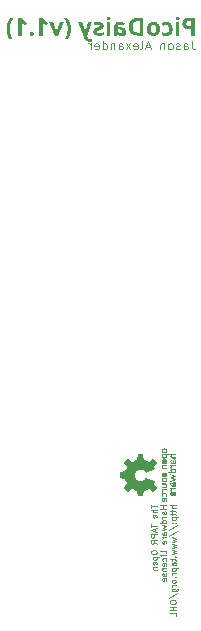
<source format=gbo>
%TF.GenerationSoftware,KiCad,Pcbnew,8.0.4*%
%TF.CreationDate,2024-08-23T02:19:48+01:00*%
%TF.ProjectId,PicoChainZero,5069636f-4368-4616-996e-5a65726f2e6b,v1.1*%
%TF.SameCoordinates,Original*%
%TF.FileFunction,Legend,Bot*%
%TF.FilePolarity,Positive*%
%FSLAX46Y46*%
G04 Gerber Fmt 4.6, Leading zero omitted, Abs format (unit mm)*
G04 Created by KiCad (PCBNEW 8.0.4) date 2024-08-23 02:19:48*
%MOMM*%
%LPD*%
G01*
G04 APERTURE LIST*
%ADD10C,0.000000*%
%ADD11C,0.062500*%
%ADD12C,0.093750*%
%ADD13C,0.300000*%
G04 APERTURE END LIST*
D10*
G36*
X157239018Y-79251784D02*
G01*
X157239018Y-79336107D01*
X156906357Y-79435431D01*
X156906357Y-79437309D01*
X157239018Y-79536634D01*
X157239018Y-79621010D01*
X156763958Y-79772775D01*
X156763958Y-79671545D01*
X157096592Y-79580714D01*
X157096592Y-79578782D01*
X156763958Y-79471044D01*
X156763958Y-79401697D01*
X157096592Y-79293958D01*
X157096592Y-79292080D01*
X156763958Y-79201169D01*
X156763958Y-79099992D01*
X157239018Y-79251784D01*
G37*
G36*
X156269233Y-79428544D02*
G01*
X156286427Y-79429084D01*
X156302318Y-79429994D01*
X156317000Y-79431286D01*
X156330569Y-79432967D01*
X156343118Y-79435049D01*
X156354742Y-79437539D01*
X156365536Y-79440448D01*
X156375594Y-79443786D01*
X156385012Y-79447561D01*
X156393884Y-79451783D01*
X156402304Y-79456462D01*
X156410367Y-79461607D01*
X156418168Y-79467227D01*
X156425801Y-79473333D01*
X156433362Y-79479934D01*
X156438833Y-79485066D01*
X156444319Y-79490634D01*
X156449768Y-79496653D01*
X156455130Y-79503143D01*
X156460355Y-79510121D01*
X156465391Y-79517605D01*
X156470189Y-79525614D01*
X156474696Y-79534163D01*
X156476825Y-79538647D01*
X156478863Y-79543273D01*
X156480803Y-79548043D01*
X156482639Y-79552960D01*
X156484365Y-79558026D01*
X156485973Y-79563243D01*
X156487459Y-79568613D01*
X156488815Y-79574138D01*
X156490035Y-79579822D01*
X156491113Y-79585665D01*
X156492043Y-79591671D01*
X156492818Y-79597841D01*
X156493431Y-79604178D01*
X156493878Y-79610684D01*
X156494150Y-79617361D01*
X156494242Y-79624211D01*
X156493878Y-79637748D01*
X156492818Y-79650599D01*
X156491113Y-79662782D01*
X156488815Y-79674315D01*
X156485973Y-79685215D01*
X156482639Y-79695502D01*
X156478863Y-79705193D01*
X156474696Y-79714305D01*
X156470188Y-79722857D01*
X156465391Y-79730867D01*
X156460355Y-79738352D01*
X156455130Y-79745331D01*
X156449768Y-79751822D01*
X156444318Y-79757842D01*
X156438833Y-79763409D01*
X156433362Y-79768542D01*
X156425801Y-79775141D01*
X156418167Y-79781246D01*
X156410365Y-79786864D01*
X156402300Y-79792005D01*
X156393879Y-79796680D01*
X156385005Y-79800898D01*
X156375586Y-79804668D01*
X156365526Y-79808001D01*
X156354731Y-79810905D01*
X156343106Y-79813391D01*
X156330557Y-79815467D01*
X156316989Y-79817145D01*
X156302308Y-79818433D01*
X156286420Y-79819341D01*
X156269228Y-79819879D01*
X156250640Y-79820056D01*
X156232207Y-79819879D01*
X156215152Y-79819341D01*
X156199382Y-79818433D01*
X156184804Y-79817145D01*
X156171325Y-79815467D01*
X156158851Y-79813391D01*
X156147289Y-79810905D01*
X156136545Y-79808001D01*
X156126526Y-79804668D01*
X156117139Y-79800898D01*
X156108289Y-79796680D01*
X156099885Y-79792005D01*
X156091831Y-79786864D01*
X156084036Y-79781246D01*
X156076405Y-79775141D01*
X156068845Y-79768542D01*
X156063373Y-79763409D01*
X156057886Y-79757842D01*
X156052434Y-79751822D01*
X156047068Y-79745331D01*
X156041839Y-79738352D01*
X156036799Y-79730867D01*
X156031997Y-79722857D01*
X156027484Y-79714305D01*
X156025352Y-79709820D01*
X156023312Y-79705193D01*
X156021370Y-79700421D01*
X156019531Y-79695502D01*
X156017804Y-79690435D01*
X156016193Y-79685216D01*
X156014705Y-79679843D01*
X156013347Y-79674315D01*
X156012125Y-79668628D01*
X156011045Y-79662782D01*
X156010114Y-79656773D01*
X156009338Y-79650599D01*
X156008724Y-79644258D01*
X156008277Y-79637748D01*
X156008004Y-79631066D01*
X156007912Y-79624211D01*
X156103505Y-79624211D01*
X156103678Y-79630326D01*
X156104187Y-79636356D01*
X156105017Y-79642281D01*
X156106153Y-79648082D01*
X156107580Y-79653740D01*
X156109283Y-79659235D01*
X156111247Y-79664550D01*
X156113457Y-79669663D01*
X156115898Y-79674557D01*
X156118555Y-79679212D01*
X156121413Y-79683608D01*
X156124457Y-79687727D01*
X156127672Y-79691550D01*
X156131042Y-79695056D01*
X156134554Y-79698228D01*
X156138192Y-79701046D01*
X156142868Y-79704248D01*
X156147474Y-79707172D01*
X156152095Y-79709829D01*
X156156815Y-79712228D01*
X156161717Y-79714379D01*
X156166884Y-79716292D01*
X156172400Y-79717976D01*
X156178350Y-79719441D01*
X156184816Y-79720698D01*
X156191882Y-79721755D01*
X156199632Y-79722623D01*
X156208149Y-79723311D01*
X156217518Y-79723829D01*
X156227821Y-79724187D01*
X156239143Y-79724395D01*
X156251567Y-79724462D01*
X156275004Y-79724187D01*
X156285181Y-79723829D01*
X156294441Y-79723311D01*
X156302866Y-79722623D01*
X156310537Y-79721755D01*
X156317539Y-79720698D01*
X156323953Y-79719441D01*
X156329862Y-79717976D01*
X156335349Y-79716292D01*
X156340495Y-79714379D01*
X156345384Y-79712228D01*
X156350098Y-79709829D01*
X156354719Y-79707172D01*
X156359331Y-79704248D01*
X156364014Y-79701046D01*
X156365846Y-79699683D01*
X156367648Y-79698228D01*
X156371157Y-79695056D01*
X156374525Y-79691550D01*
X156377739Y-79687727D01*
X156380782Y-79683608D01*
X156383640Y-79679212D01*
X156386298Y-79674557D01*
X156388740Y-79669663D01*
X156390951Y-79664550D01*
X156392917Y-79659235D01*
X156394621Y-79653740D01*
X156396050Y-79648082D01*
X156397187Y-79642281D01*
X156398018Y-79636356D01*
X156398528Y-79630326D01*
X156398701Y-79624211D01*
X156398528Y-79618105D01*
X156398019Y-79612081D01*
X156397190Y-79606161D01*
X156396054Y-79600363D01*
X156394627Y-79594707D01*
X156392924Y-79589213D01*
X156390960Y-79583899D01*
X156388750Y-79578785D01*
X156386309Y-79573892D01*
X156383652Y-79569237D01*
X156380794Y-79564842D01*
X156377750Y-79560725D01*
X156374535Y-79556905D01*
X156371164Y-79553403D01*
X156367652Y-79550238D01*
X156364014Y-79547429D01*
X156359330Y-79544227D01*
X156354717Y-79541301D01*
X156350092Y-79538641D01*
X156345369Y-79536239D01*
X156340467Y-79534084D01*
X156335300Y-79532167D01*
X156329785Y-79530478D01*
X156323837Y-79529007D01*
X156317374Y-79527746D01*
X156310311Y-79526684D01*
X156302565Y-79525812D01*
X156294050Y-79525120D01*
X156284685Y-79524598D01*
X156274384Y-79524237D01*
X156263064Y-79524028D01*
X156250640Y-79523960D01*
X156227201Y-79524237D01*
X156217021Y-79524598D01*
X156207759Y-79525120D01*
X156199331Y-79525812D01*
X156191656Y-79526684D01*
X156184651Y-79527746D01*
X156178234Y-79529007D01*
X156172323Y-79530478D01*
X156166835Y-79532167D01*
X156161688Y-79534084D01*
X156156800Y-79536239D01*
X156152089Y-79538641D01*
X156147472Y-79541301D01*
X156142867Y-79544227D01*
X156138192Y-79547429D01*
X156136361Y-79548788D01*
X156134559Y-79550238D01*
X156131050Y-79553403D01*
X156127681Y-79556905D01*
X156124468Y-79560725D01*
X156121425Y-79564842D01*
X156118567Y-79569237D01*
X156115909Y-79573892D01*
X156113467Y-79578785D01*
X156111256Y-79583899D01*
X156109290Y-79589213D01*
X156107586Y-79594707D01*
X156106157Y-79600363D01*
X156105020Y-79606161D01*
X156104188Y-79612081D01*
X156103679Y-79618105D01*
X156103505Y-79624211D01*
X156007912Y-79624211D01*
X156008277Y-79610684D01*
X156009338Y-79597841D01*
X156011045Y-79585665D01*
X156013347Y-79574138D01*
X156016193Y-79563243D01*
X156019531Y-79552960D01*
X156023312Y-79543273D01*
X156027484Y-79534164D01*
X156031997Y-79525614D01*
X156036799Y-79517606D01*
X156041840Y-79510121D01*
X156047068Y-79503143D01*
X156052434Y-79496653D01*
X156057886Y-79490634D01*
X156063373Y-79485066D01*
X156068845Y-79479934D01*
X156076409Y-79473333D01*
X156084043Y-79467227D01*
X156091841Y-79461607D01*
X156099896Y-79456462D01*
X156108301Y-79451783D01*
X156117150Y-79447561D01*
X156126537Y-79443786D01*
X156136555Y-79440448D01*
X156147298Y-79437539D01*
X156158858Y-79435049D01*
X156171331Y-79432967D01*
X156184808Y-79431286D01*
X156199384Y-79429994D01*
X156215153Y-79429084D01*
X156232207Y-79428544D01*
X156250640Y-79428367D01*
X156269233Y-79428544D01*
G37*
G36*
X156251566Y-77412824D02*
G01*
X157239018Y-77412824D01*
X157239018Y-77508418D01*
X156956046Y-77508418D01*
X156950061Y-77508535D01*
X156944238Y-77508883D01*
X156938578Y-77509458D01*
X156933083Y-77510254D01*
X156927755Y-77511267D01*
X156922596Y-77512492D01*
X156917608Y-77513924D01*
X156912793Y-77515559D01*
X156908152Y-77517391D01*
X156903687Y-77519416D01*
X156899401Y-77521629D01*
X156895295Y-77524025D01*
X156891371Y-77526600D01*
X156887631Y-77529348D01*
X156884076Y-77532265D01*
X156880709Y-77535346D01*
X156877532Y-77538586D01*
X156874546Y-77541980D01*
X156871754Y-77545525D01*
X156869156Y-77549214D01*
X156866756Y-77553043D01*
X156864554Y-77557007D01*
X156862553Y-77561102D01*
X156860755Y-77565322D01*
X156859162Y-77569663D01*
X156857774Y-77574121D01*
X156856596Y-77578689D01*
X156855627Y-77583364D01*
X156854870Y-77588141D01*
X156854327Y-77593014D01*
X156854000Y-77597980D01*
X156853891Y-77603033D01*
X156854000Y-77608001D01*
X156854327Y-77612888D01*
X156854870Y-77617688D01*
X156855627Y-77622397D01*
X156856596Y-77627008D01*
X156857774Y-77631518D01*
X156859162Y-77635921D01*
X156860755Y-77640212D01*
X156862553Y-77644386D01*
X156864554Y-77648439D01*
X156866756Y-77652366D01*
X156869156Y-77656160D01*
X156871753Y-77659818D01*
X156874546Y-77663334D01*
X156877532Y-77666704D01*
X156880709Y-77669923D01*
X156884076Y-77672984D01*
X156887630Y-77675885D01*
X156891371Y-77678619D01*
X156895295Y-77681181D01*
X156899401Y-77683567D01*
X156903687Y-77685772D01*
X156908152Y-77687790D01*
X156912793Y-77689617D01*
X156917608Y-77691248D01*
X156922596Y-77692677D01*
X156927755Y-77693900D01*
X156933083Y-77694912D01*
X156938578Y-77695708D01*
X156944238Y-77696282D01*
X156950061Y-77696631D01*
X156956046Y-77696748D01*
X157239017Y-77696748D01*
X157239017Y-77792316D01*
X156923211Y-77792316D01*
X156913259Y-77792071D01*
X156903604Y-77791350D01*
X156894249Y-77790170D01*
X156885193Y-77788548D01*
X156876439Y-77786500D01*
X156867987Y-77784046D01*
X156859839Y-77781201D01*
X156851995Y-77777983D01*
X156844458Y-77774410D01*
X156837227Y-77770499D01*
X156830305Y-77766267D01*
X156823693Y-77761731D01*
X156817392Y-77756910D01*
X156811403Y-77751819D01*
X156805727Y-77746477D01*
X156800365Y-77740900D01*
X156795319Y-77735107D01*
X156790590Y-77729114D01*
X156786179Y-77722939D01*
X156782087Y-77716599D01*
X156778315Y-77710112D01*
X156774865Y-77703494D01*
X156771739Y-77696763D01*
X156768936Y-77689937D01*
X156766458Y-77683032D01*
X156764307Y-77676066D01*
X156762483Y-77669057D01*
X156760989Y-77662021D01*
X156759824Y-77654977D01*
X156758991Y-77647941D01*
X156758490Y-77640930D01*
X156758322Y-77633962D01*
X156758542Y-77624566D01*
X156759202Y-77615350D01*
X156760301Y-77606321D01*
X156761839Y-77597484D01*
X156763817Y-77588844D01*
X156766234Y-77580408D01*
X156769090Y-77572179D01*
X156772385Y-77564165D01*
X156776119Y-77556371D01*
X156780293Y-77548801D01*
X156784905Y-77541462D01*
X156789956Y-77534359D01*
X156795446Y-77527498D01*
X156801374Y-77520883D01*
X156807741Y-77514521D01*
X156814547Y-77508418D01*
X156438044Y-77508762D01*
X156444235Y-77515474D01*
X156450146Y-77522263D01*
X156455760Y-77529139D01*
X156461061Y-77536115D01*
X156466033Y-77543200D01*
X156470659Y-77550406D01*
X156474922Y-77557743D01*
X156478807Y-77565224D01*
X156482296Y-77572858D01*
X156485374Y-77580657D01*
X156488023Y-77588632D01*
X156490227Y-77596793D01*
X156491971Y-77605153D01*
X156493236Y-77613721D01*
X156494008Y-77622509D01*
X156494268Y-77631528D01*
X156494192Y-77636926D01*
X156493965Y-77642232D01*
X156493590Y-77647444D01*
X156493071Y-77652564D01*
X156492410Y-77657592D01*
X156491611Y-77662527D01*
X156490677Y-77667371D01*
X156489611Y-77672122D01*
X156488415Y-77676782D01*
X156487094Y-77681349D01*
X156485650Y-77685826D01*
X156484086Y-77690211D01*
X156482405Y-77694505D01*
X156480611Y-77698708D01*
X156476693Y-77706842D01*
X156472359Y-77714613D01*
X156467632Y-77722024D01*
X156462537Y-77729075D01*
X156457099Y-77735767D01*
X156451342Y-77742103D01*
X156445292Y-77748082D01*
X156438972Y-77753707D01*
X156432409Y-77758978D01*
X156426104Y-77763678D01*
X156419734Y-77767954D01*
X156413171Y-77771825D01*
X156406285Y-77775306D01*
X156398947Y-77778415D01*
X156391029Y-77781166D01*
X156382402Y-77783577D01*
X156372937Y-77785665D01*
X156362506Y-77787445D01*
X156350978Y-77788934D01*
X156338227Y-77790149D01*
X156324122Y-77791106D01*
X156291337Y-77792313D01*
X156251593Y-77792686D01*
X156230615Y-77792595D01*
X156211528Y-77792313D01*
X156194201Y-77791822D01*
X156178505Y-77791106D01*
X156164308Y-77790149D01*
X156151481Y-77788934D01*
X156139892Y-77787445D01*
X156129411Y-77785665D01*
X156119908Y-77783577D01*
X156115482Y-77782413D01*
X156111252Y-77781166D01*
X156107201Y-77779834D01*
X156103313Y-77778415D01*
X156099571Y-77776906D01*
X156095959Y-77775307D01*
X156089062Y-77771825D01*
X156082489Y-77767954D01*
X156076111Y-77763678D01*
X156069797Y-77758978D01*
X156063234Y-77753707D01*
X156056915Y-77748082D01*
X156050864Y-77742103D01*
X156045108Y-77735767D01*
X156039670Y-77729075D01*
X156034575Y-77722024D01*
X156029847Y-77714613D01*
X156025513Y-77706842D01*
X156021596Y-77698708D01*
X156018121Y-77690211D01*
X156015112Y-77681350D01*
X156012595Y-77672122D01*
X156010595Y-77662527D01*
X156009135Y-77652564D01*
X156008241Y-77642232D01*
X156007938Y-77631528D01*
X156008199Y-77622448D01*
X156008968Y-77613491D01*
X156010230Y-77604672D01*
X156010669Y-77602477D01*
X156103505Y-77602477D01*
X156103720Y-77610663D01*
X156104354Y-77618365D01*
X156105396Y-77625596D01*
X156106830Y-77632372D01*
X156108643Y-77638707D01*
X156110823Y-77644616D01*
X156113355Y-77650114D01*
X156116226Y-77655216D01*
X156119422Y-77659936D01*
X156122929Y-77664290D01*
X156126735Y-77668291D01*
X156130826Y-77671955D01*
X156135188Y-77675296D01*
X156139807Y-77678330D01*
X156144670Y-77681070D01*
X156149764Y-77683532D01*
X156155075Y-77685731D01*
X156160590Y-77687681D01*
X156172174Y-77690893D01*
X156184410Y-77693287D01*
X156197189Y-77694981D01*
X156210402Y-77696093D01*
X156223942Y-77696742D01*
X156251566Y-77697119D01*
X156265261Y-77697044D01*
X156278870Y-77696742D01*
X156292281Y-77696093D01*
X156305386Y-77694981D01*
X156318074Y-77693287D01*
X156324227Y-77692185D01*
X156330235Y-77690893D01*
X156336084Y-77689396D01*
X156341760Y-77687681D01*
X156347249Y-77685731D01*
X156352538Y-77683532D01*
X156357613Y-77681070D01*
X156362460Y-77678330D01*
X156367065Y-77675296D01*
X156371415Y-77671955D01*
X156375496Y-77668291D01*
X156379295Y-77664290D01*
X156382796Y-77659936D01*
X156385988Y-77655216D01*
X156388855Y-77650114D01*
X156391385Y-77644616D01*
X156393563Y-77638707D01*
X156395376Y-77632372D01*
X156396810Y-77625596D01*
X156397852Y-77618365D01*
X156398486Y-77610663D01*
X156398701Y-77602477D01*
X156398473Y-77594375D01*
X156397800Y-77586753D01*
X156396699Y-77579595D01*
X156395185Y-77572888D01*
X156393275Y-77566617D01*
X156390986Y-77560768D01*
X156388333Y-77555324D01*
X156385333Y-77550274D01*
X156382002Y-77545600D01*
X156378357Y-77541290D01*
X156374413Y-77537328D01*
X156370188Y-77533699D01*
X156365696Y-77530390D01*
X156360956Y-77527386D01*
X156355982Y-77524671D01*
X156350792Y-77522232D01*
X156345401Y-77520054D01*
X156339826Y-77518122D01*
X156328189Y-77514939D01*
X156316010Y-77512565D01*
X156303421Y-77510885D01*
X156290552Y-77509781D01*
X156277533Y-77509137D01*
X156251566Y-77508762D01*
X156238475Y-77508836D01*
X156225294Y-77509138D01*
X156212151Y-77509783D01*
X156199176Y-77510888D01*
X156186497Y-77512570D01*
X156180309Y-77513664D01*
X156174244Y-77514945D01*
X156168317Y-77516430D01*
X156162545Y-77518131D01*
X156156945Y-77520063D01*
X156151531Y-77522242D01*
X156146320Y-77524682D01*
X156141328Y-77527397D01*
X156136572Y-77530402D01*
X156132068Y-77533711D01*
X156127831Y-77537339D01*
X156123878Y-77541302D01*
X156120225Y-77545612D01*
X156116888Y-77550285D01*
X156113883Y-77555335D01*
X156111227Y-77560777D01*
X156108934Y-77566626D01*
X156107023Y-77572896D01*
X156105508Y-77579601D01*
X156104406Y-77586757D01*
X156103733Y-77594377D01*
X156103505Y-77602477D01*
X156010669Y-77602477D01*
X156011965Y-77596005D01*
X156014155Y-77587502D01*
X156016784Y-77579178D01*
X156019833Y-77571046D01*
X156023284Y-77563120D01*
X156027119Y-77555414D01*
X156031321Y-77547941D01*
X156035872Y-77540714D01*
X156040754Y-77533748D01*
X156045950Y-77527056D01*
X156051440Y-77520652D01*
X156057208Y-77514549D01*
X156063236Y-77508762D01*
X156013573Y-77508762D01*
X156013573Y-77412824D01*
X156251566Y-77412824D01*
G37*
G36*
X156339306Y-79901898D02*
G01*
X156348960Y-79902619D01*
X156358316Y-79903800D01*
X156367371Y-79905424D01*
X156376126Y-79907474D01*
X156384578Y-79909932D01*
X156392726Y-79912781D01*
X156400570Y-79916004D01*
X156408107Y-79919584D01*
X156415337Y-79923504D01*
X156422259Y-79927747D01*
X156428871Y-79932295D01*
X156435173Y-79937131D01*
X156441162Y-79942238D01*
X156446838Y-79947600D01*
X156452200Y-79953198D01*
X156457246Y-79959015D01*
X156461975Y-79965035D01*
X156466386Y-79971240D01*
X156470478Y-79977614D01*
X156474249Y-79984138D01*
X156477699Y-79990796D01*
X156480826Y-79997571D01*
X156483629Y-80004445D01*
X156486106Y-80011402D01*
X156488257Y-80018423D01*
X156491576Y-80032593D01*
X156493574Y-80046818D01*
X156494074Y-80053907D01*
X156494242Y-80060959D01*
X156494022Y-80070184D01*
X156493362Y-80079247D01*
X156492264Y-80088139D01*
X156490725Y-80096851D01*
X156488748Y-80105371D01*
X156486331Y-80113692D01*
X156483474Y-80121802D01*
X156480179Y-80129691D01*
X156476445Y-80137351D01*
X156472272Y-80144770D01*
X156467659Y-80151940D01*
X156462608Y-80158851D01*
X156457119Y-80165492D01*
X156451190Y-80171853D01*
X156444823Y-80177926D01*
X156438018Y-80183699D01*
X156438018Y-80185551D01*
X156488659Y-80185551D01*
X156488659Y-80281092D01*
X156013547Y-80281092D01*
X156013547Y-80185551D01*
X156296519Y-80185551D01*
X156302499Y-80185434D01*
X156308318Y-80185086D01*
X156313975Y-80184511D01*
X156319467Y-80183715D01*
X156324792Y-80182703D01*
X156329949Y-80181480D01*
X156334935Y-80180051D01*
X156339750Y-80178420D01*
X156344390Y-80176593D01*
X156348854Y-80174574D01*
X156353140Y-80172369D01*
X156357247Y-80169983D01*
X156361171Y-80167420D01*
X156364912Y-80164686D01*
X156368468Y-80161785D01*
X156371836Y-80158723D01*
X156375014Y-80155504D01*
X156378002Y-80152133D01*
X156380796Y-80148616D01*
X156383395Y-80144957D01*
X156385797Y-80141161D01*
X156388000Y-80137234D01*
X156390003Y-80133180D01*
X156391802Y-80129004D01*
X156393397Y-80124711D01*
X156394786Y-80120307D01*
X156395966Y-80115795D01*
X156396936Y-80111182D01*
X156397694Y-80106472D01*
X156398237Y-80101670D01*
X156398565Y-80096781D01*
X156398674Y-80091809D01*
X156398565Y-80086759D01*
X156398237Y-80081795D01*
X156397694Y-80076924D01*
X156396936Y-80072149D01*
X156395966Y-80067475D01*
X156394786Y-80062907D01*
X156393397Y-80058451D01*
X156391802Y-80054110D01*
X156390003Y-80049890D01*
X156388000Y-80045796D01*
X156385797Y-80041831D01*
X156383395Y-80038002D01*
X156380796Y-80034313D01*
X156378002Y-80030768D01*
X156375014Y-80027373D01*
X156371836Y-80024132D01*
X156368468Y-80021051D01*
X156364912Y-80018133D01*
X156361171Y-80015384D01*
X156357247Y-80012809D01*
X156353140Y-80010412D01*
X156348854Y-80008198D01*
X156344390Y-80006172D01*
X156339750Y-80004339D01*
X156334935Y-80002704D01*
X156329949Y-80001271D01*
X156324792Y-80000046D01*
X156319467Y-79999032D01*
X156313975Y-79998235D01*
X156308318Y-79997660D01*
X156302499Y-79997312D01*
X156296519Y-79997195D01*
X156013547Y-79997195D01*
X156013547Y-79901654D01*
X156329354Y-79901654D01*
X156329354Y-79901653D01*
X156339306Y-79901898D01*
G37*
G36*
X156269233Y-76940111D02*
G01*
X156286427Y-76940649D01*
X156302318Y-76941557D01*
X156317000Y-76942845D01*
X156330569Y-76944522D01*
X156343118Y-76946599D01*
X156354742Y-76949085D01*
X156365536Y-76951989D01*
X156375594Y-76955321D01*
X156385012Y-76959092D01*
X156393884Y-76963309D01*
X156402304Y-76967984D01*
X156410367Y-76973126D01*
X156418168Y-76978744D01*
X156425801Y-76984848D01*
X156433362Y-76991448D01*
X156438833Y-76996581D01*
X156444319Y-77002149D01*
X156449768Y-77008170D01*
X156455130Y-77014662D01*
X156460355Y-77021643D01*
X156465391Y-77029130D01*
X156470189Y-77037141D01*
X156474696Y-77045695D01*
X156476825Y-77050180D01*
X156478863Y-77054808D01*
X156480803Y-77059580D01*
X156482639Y-77064499D01*
X156484365Y-77069567D01*
X156485973Y-77074786D01*
X156487459Y-77080158D01*
X156488815Y-77085686D01*
X156490035Y-77091372D01*
X156491113Y-77097218D01*
X156492043Y-77103226D01*
X156492818Y-77109399D01*
X156493431Y-77115738D01*
X156493878Y-77122246D01*
X156494150Y-77128926D01*
X156494242Y-77135779D01*
X156493878Y-77149306D01*
X156492818Y-77162150D01*
X156491113Y-77174327D01*
X156488815Y-77185856D01*
X156485973Y-77196753D01*
X156482639Y-77207038D01*
X156478863Y-77216727D01*
X156474696Y-77225839D01*
X156470188Y-77234392D01*
X156465391Y-77242402D01*
X156460355Y-77249889D01*
X156455130Y-77256869D01*
X156449768Y-77263360D01*
X156444318Y-77269381D01*
X156438833Y-77274949D01*
X156433362Y-77280082D01*
X156425801Y-77286683D01*
X156418167Y-77292788D01*
X156410365Y-77298407D01*
X156402300Y-77303550D01*
X156393879Y-77308227D01*
X156385005Y-77312447D01*
X156375586Y-77316220D01*
X156365526Y-77319555D01*
X156354731Y-77322462D01*
X156343106Y-77324950D01*
X156330557Y-77327029D01*
X156316989Y-77328708D01*
X156302308Y-77329998D01*
X156286420Y-77330907D01*
X156269228Y-77331446D01*
X156250640Y-77331623D01*
X156232207Y-77331446D01*
X156215152Y-77330907D01*
X156199382Y-77329998D01*
X156184804Y-77328708D01*
X156171325Y-77327029D01*
X156158851Y-77324950D01*
X156147289Y-77322462D01*
X156136545Y-77319555D01*
X156126526Y-77316220D01*
X156117139Y-77312447D01*
X156108289Y-77308227D01*
X156099885Y-77303550D01*
X156091831Y-77298407D01*
X156084036Y-77292788D01*
X156076405Y-77286683D01*
X156068845Y-77280082D01*
X156063373Y-77274949D01*
X156057886Y-77269381D01*
X156052434Y-77263360D01*
X156047068Y-77256869D01*
X156041839Y-77249889D01*
X156036799Y-77242402D01*
X156031997Y-77234392D01*
X156027484Y-77225839D01*
X156025352Y-77221354D01*
X156023312Y-77216727D01*
X156021370Y-77211956D01*
X156019531Y-77207038D01*
X156017804Y-77201971D01*
X156016193Y-77196753D01*
X156014705Y-77191382D01*
X156013347Y-77185856D01*
X156012125Y-77180171D01*
X156011045Y-77174327D01*
X156010114Y-77168321D01*
X156009338Y-77162150D01*
X156008724Y-77155812D01*
X156008277Y-77149306D01*
X156008004Y-77142629D01*
X156007912Y-77135779D01*
X156103505Y-77135779D01*
X156103678Y-77141889D01*
X156104187Y-77147915D01*
X156105017Y-77153836D01*
X156106153Y-77159634D01*
X156107580Y-77165290D01*
X156109283Y-77170784D01*
X156111247Y-77176098D01*
X156113457Y-77181211D01*
X156115898Y-77186105D01*
X156118555Y-77190760D01*
X156121413Y-77195159D01*
X156124457Y-77199280D01*
X156127672Y-77203105D01*
X156131042Y-77206615D01*
X156134554Y-77209791D01*
X156138192Y-77212614D01*
X156142868Y-77215811D01*
X156147474Y-77218732D01*
X156152095Y-77221387D01*
X156156815Y-77223784D01*
X156161717Y-77225935D01*
X156166884Y-77227848D01*
X156172400Y-77229532D01*
X156178350Y-77230999D01*
X156184816Y-77232257D01*
X156191882Y-77233315D01*
X156199632Y-77234185D01*
X156208149Y-77234875D01*
X156217518Y-77235394D01*
X156227821Y-77235753D01*
X156239143Y-77235962D01*
X156251567Y-77236029D01*
X156275004Y-77235753D01*
X156285181Y-77235394D01*
X156294441Y-77234875D01*
X156302866Y-77234185D01*
X156310537Y-77233315D01*
X156317539Y-77232257D01*
X156323953Y-77230999D01*
X156329862Y-77229532D01*
X156335349Y-77227848D01*
X156340495Y-77225935D01*
X156345384Y-77223784D01*
X156350098Y-77221387D01*
X156354719Y-77218732D01*
X156359331Y-77215811D01*
X156364014Y-77212614D01*
X156365846Y-77211248D01*
X156367648Y-77209791D01*
X156371157Y-77206615D01*
X156374525Y-77203105D01*
X156377739Y-77199280D01*
X156380782Y-77195159D01*
X156383640Y-77190760D01*
X156386298Y-77186105D01*
X156388740Y-77181211D01*
X156390951Y-77176098D01*
X156392917Y-77170784D01*
X156394621Y-77165290D01*
X156396050Y-77159634D01*
X156397187Y-77153836D01*
X156398018Y-77147915D01*
X156398528Y-77141889D01*
X156398701Y-77135779D01*
X156398528Y-77129663D01*
X156398019Y-77123634D01*
X156397190Y-77117709D01*
X156396054Y-77111908D01*
X156394627Y-77106250D01*
X156392924Y-77100754D01*
X156390960Y-77095440D01*
X156388750Y-77090326D01*
X156386309Y-77085433D01*
X156383652Y-77080778D01*
X156380794Y-77076382D01*
X156377750Y-77072262D01*
X156374535Y-77068440D01*
X156371164Y-77064933D01*
X156367652Y-77061761D01*
X156364014Y-77058944D01*
X156359330Y-77055746D01*
X156354717Y-77052824D01*
X156350092Y-77050168D01*
X156345369Y-77047769D01*
X156340467Y-77045616D01*
X156335300Y-77043701D01*
X156329785Y-77042014D01*
X156323837Y-77040545D01*
X156317374Y-77039285D01*
X156310311Y-77038224D01*
X156302565Y-77037352D01*
X156294050Y-77036660D01*
X156284685Y-77036139D01*
X156274384Y-77035778D01*
X156263064Y-77035569D01*
X156250640Y-77035501D01*
X156227201Y-77035778D01*
X156217021Y-77036139D01*
X156207759Y-77036660D01*
X156199331Y-77037352D01*
X156191656Y-77038224D01*
X156184651Y-77039285D01*
X156178234Y-77040545D01*
X156172323Y-77042014D01*
X156166835Y-77043701D01*
X156161688Y-77045616D01*
X156156800Y-77047769D01*
X156152089Y-77050168D01*
X156147472Y-77052824D01*
X156142867Y-77055746D01*
X156138192Y-77058944D01*
X156136361Y-77060307D01*
X156134559Y-77061761D01*
X156131050Y-77064933D01*
X156127681Y-77068440D01*
X156124468Y-77072262D01*
X156121425Y-77076382D01*
X156118567Y-77080778D01*
X156115909Y-77085433D01*
X156113467Y-77090326D01*
X156111256Y-77095440D01*
X156109290Y-77100754D01*
X156107586Y-77106250D01*
X156106157Y-77111908D01*
X156105020Y-77117709D01*
X156104188Y-77123634D01*
X156103679Y-77129663D01*
X156103505Y-77135779D01*
X156007912Y-77135779D01*
X156008277Y-77122246D01*
X156009338Y-77109399D01*
X156011045Y-77097218D01*
X156013347Y-77085686D01*
X156016193Y-77074786D01*
X156019531Y-77064499D01*
X156023312Y-77054808D01*
X156027484Y-77045695D01*
X156031997Y-77037141D01*
X156036799Y-77029130D01*
X156041840Y-77021643D01*
X156047068Y-77014662D01*
X156052434Y-77008170D01*
X156057886Y-77002149D01*
X156063373Y-76996581D01*
X156068845Y-76991448D01*
X156076409Y-76984848D01*
X156084043Y-76978744D01*
X156091841Y-76973126D01*
X156099896Y-76967984D01*
X156108301Y-76963309D01*
X156117150Y-76959092D01*
X156126537Y-76955321D01*
X156136555Y-76951989D01*
X156147298Y-76949085D01*
X156158858Y-76946599D01*
X156171331Y-76944522D01*
X156184808Y-76942845D01*
X156199384Y-76941557D01*
X156215153Y-76940649D01*
X156232207Y-76940111D01*
X156250640Y-76939934D01*
X156269233Y-76940111D01*
G37*
G36*
X157107070Y-77859806D02*
G01*
X157114620Y-77860346D01*
X157122038Y-77861241D01*
X157129317Y-77862489D01*
X157136450Y-77864087D01*
X157143427Y-77866030D01*
X157150242Y-77868316D01*
X157156886Y-77870942D01*
X157163352Y-77873903D01*
X157169631Y-77877198D01*
X157175717Y-77880823D01*
X157181600Y-77884774D01*
X157187273Y-77889048D01*
X157192728Y-77893642D01*
X157197957Y-77898554D01*
X157202952Y-77903778D01*
X157207706Y-77909313D01*
X157212210Y-77915154D01*
X157216457Y-77921300D01*
X157220439Y-77927746D01*
X157224147Y-77934489D01*
X157227575Y-77941525D01*
X157230713Y-77948853D01*
X157233555Y-77956468D01*
X157236092Y-77964367D01*
X157238316Y-77972547D01*
X157240220Y-77981005D01*
X157241795Y-77989737D01*
X157243034Y-77998741D01*
X157243928Y-78008012D01*
X157244471Y-78017548D01*
X157244654Y-78027345D01*
X157244477Y-78039101D01*
X157243946Y-78050137D01*
X157243055Y-78060482D01*
X157241801Y-78070162D01*
X157240178Y-78079206D01*
X157238184Y-78087640D01*
X157235813Y-78095491D01*
X157233062Y-78102788D01*
X157229926Y-78109557D01*
X157226400Y-78115826D01*
X157222482Y-78121623D01*
X157218166Y-78126974D01*
X157213449Y-78131908D01*
X157208325Y-78136451D01*
X157202791Y-78140631D01*
X157196843Y-78144476D01*
X157196843Y-78146355D01*
X157239018Y-78146355D01*
X157239018Y-78241948D01*
X156914798Y-78241948D01*
X156904046Y-78241714D01*
X156893742Y-78241015D01*
X156883880Y-78239860D01*
X156874452Y-78238257D01*
X156865452Y-78236214D01*
X156856872Y-78233739D01*
X156848705Y-78230840D01*
X156840945Y-78227526D01*
X156833584Y-78223804D01*
X156826615Y-78219682D01*
X156820032Y-78215169D01*
X156813826Y-78210272D01*
X156807992Y-78205000D01*
X156802522Y-78199360D01*
X156797409Y-78193361D01*
X156792646Y-78187011D01*
X156788226Y-78180318D01*
X156784143Y-78173289D01*
X156780388Y-78165934D01*
X156776955Y-78158260D01*
X156773838Y-78150275D01*
X156771028Y-78141987D01*
X156768519Y-78133404D01*
X156766304Y-78124534D01*
X156764376Y-78115386D01*
X156762728Y-78105967D01*
X156760243Y-78086351D01*
X156758794Y-78065748D01*
X156758323Y-78044225D01*
X156758545Y-78031090D01*
X156759226Y-78018389D01*
X156760383Y-78006121D01*
X156762037Y-77994279D01*
X156764207Y-77982861D01*
X156766912Y-77971861D01*
X156770172Y-77961276D01*
X156774006Y-77951102D01*
X156778434Y-77941334D01*
X156783474Y-77931969D01*
X156789146Y-77923002D01*
X156795470Y-77914429D01*
X156802466Y-77906245D01*
X156810151Y-77898448D01*
X156818546Y-77891032D01*
X156827670Y-77883994D01*
X156884821Y-77958950D01*
X156882325Y-77960550D01*
X156879932Y-77962192D01*
X156877639Y-77963880D01*
X156875447Y-77965618D01*
X156873352Y-77967408D01*
X156871353Y-77969255D01*
X156869450Y-77971162D01*
X156867639Y-77973133D01*
X156865921Y-77975171D01*
X156864293Y-77977280D01*
X156862753Y-77979464D01*
X156861301Y-77981726D01*
X156859935Y-77984069D01*
X156858653Y-77986498D01*
X156857453Y-77989016D01*
X156856335Y-77991626D01*
X156855296Y-77994333D01*
X156854335Y-77997139D01*
X156853451Y-78000048D01*
X156852642Y-78003065D01*
X156851906Y-78006192D01*
X156851242Y-78009433D01*
X156850649Y-78012791D01*
X156850125Y-78016271D01*
X156849277Y-78023610D01*
X156848686Y-78031476D01*
X156848341Y-78039899D01*
X156848228Y-78048909D01*
X156848419Y-78061274D01*
X156849003Y-78072732D01*
X156850000Y-78083299D01*
X156851428Y-78092989D01*
X156853307Y-78101816D01*
X156855656Y-78109797D01*
X156858493Y-78116947D01*
X156860101Y-78120214D01*
X156861838Y-78123280D01*
X156863707Y-78126145D01*
X156865710Y-78128811D01*
X156867850Y-78131281D01*
X156870128Y-78133556D01*
X156872547Y-78135638D01*
X156875110Y-78137529D01*
X156877820Y-78139232D01*
X156880677Y-78140747D01*
X156883685Y-78142076D01*
X156886846Y-78143223D01*
X156890163Y-78144188D01*
X156893638Y-78144973D01*
X156897272Y-78145580D01*
X156901070Y-78146012D01*
X156909162Y-78146355D01*
X156958824Y-78146355D01*
X156958824Y-78032055D01*
X157037511Y-78032055D01*
X157037511Y-78146355D01*
X157072198Y-78146355D01*
X157078950Y-78146274D01*
X157085328Y-78146030D01*
X157091343Y-78145617D01*
X157097004Y-78145031D01*
X157102322Y-78144268D01*
X157107309Y-78143322D01*
X157111973Y-78142189D01*
X157116327Y-78140865D01*
X157120379Y-78139344D01*
X157124141Y-78137622D01*
X157127624Y-78135695D01*
X157130837Y-78133557D01*
X157133791Y-78131205D01*
X157136496Y-78128633D01*
X157138964Y-78125838D01*
X157141205Y-78122813D01*
X157143228Y-78119556D01*
X157145045Y-78116060D01*
X157146666Y-78112322D01*
X157148101Y-78108336D01*
X157149361Y-78104099D01*
X157150457Y-78099605D01*
X157151399Y-78094850D01*
X157152197Y-78089830D01*
X157153404Y-78078973D01*
X157154163Y-78066997D01*
X157154556Y-78053866D01*
X157154669Y-78039542D01*
X157154345Y-78027875D01*
X157153398Y-78017110D01*
X157151863Y-78007226D01*
X157149777Y-77998202D01*
X157148538Y-77994006D01*
X157147174Y-77990018D01*
X157145691Y-77986235D01*
X157144091Y-77982654D01*
X157142381Y-77979272D01*
X157140564Y-77976088D01*
X157138644Y-77973098D01*
X157136627Y-77970301D01*
X157134517Y-77967693D01*
X157132318Y-77965271D01*
X157130035Y-77963034D01*
X157127672Y-77960979D01*
X157125233Y-77959103D01*
X157122724Y-77957404D01*
X157120148Y-77955878D01*
X157117510Y-77954524D01*
X157112066Y-77952320D01*
X157106429Y-77950772D01*
X157100633Y-77949858D01*
X157094714Y-77949558D01*
X157091498Y-77949635D01*
X157088355Y-77949866D01*
X157085288Y-77950253D01*
X157082297Y-77950795D01*
X157079385Y-77951494D01*
X157076554Y-77952350D01*
X157073806Y-77953365D01*
X157071142Y-77954537D01*
X157068565Y-77955870D01*
X157066076Y-77957362D01*
X157063678Y-77959014D01*
X157061371Y-77960828D01*
X157059159Y-77962805D01*
X157057042Y-77964943D01*
X157055024Y-77967246D01*
X157053105Y-77969712D01*
X157051288Y-77972343D01*
X157049574Y-77975140D01*
X157047965Y-77978103D01*
X157046464Y-77981233D01*
X157045073Y-77984530D01*
X157043792Y-77987995D01*
X157042624Y-77991630D01*
X157041571Y-77995434D01*
X157040635Y-77999408D01*
X157039818Y-78003553D01*
X157039121Y-78007870D01*
X157038546Y-78012360D01*
X157038096Y-78017022D01*
X157037772Y-78021858D01*
X157037577Y-78026869D01*
X157037511Y-78032055D01*
X156958824Y-78032055D01*
X156958824Y-78014222D01*
X156959012Y-78004793D01*
X156959569Y-77995655D01*
X156960486Y-77986810D01*
X156961752Y-77978257D01*
X156963358Y-77969997D01*
X156965294Y-77962030D01*
X156967551Y-77954358D01*
X156970118Y-77946980D01*
X156972985Y-77939898D01*
X156976144Y-77933111D01*
X156979583Y-77926620D01*
X156983294Y-77920426D01*
X156987267Y-77914528D01*
X156991491Y-77908929D01*
X156995957Y-77903628D01*
X157000655Y-77898625D01*
X157005575Y-77893922D01*
X157010708Y-77889518D01*
X157016044Y-77885415D01*
X157021572Y-77881612D01*
X157027284Y-77878111D01*
X157033169Y-77874911D01*
X157039218Y-77872014D01*
X157045420Y-77869419D01*
X157051766Y-77867128D01*
X157058247Y-77865141D01*
X157064851Y-77863458D01*
X157071571Y-77862080D01*
X157078395Y-77861007D01*
X157085314Y-77860240D01*
X157092318Y-77859779D01*
X157094714Y-77859727D01*
X157099398Y-77859626D01*
X157107070Y-77859806D01*
G37*
G36*
X156270330Y-81105704D02*
G01*
X156287320Y-81106673D01*
X156303480Y-81108258D01*
X156318828Y-81110437D01*
X156333383Y-81113186D01*
X156347163Y-81116481D01*
X156360188Y-81120298D01*
X156372474Y-81124613D01*
X156384042Y-81129404D01*
X156394910Y-81134645D01*
X156405095Y-81140315D01*
X156414618Y-81146388D01*
X156423495Y-81152841D01*
X156431745Y-81159651D01*
X156439388Y-81166794D01*
X156446442Y-81174247D01*
X156452924Y-81181984D01*
X156458854Y-81189984D01*
X156464250Y-81198222D01*
X156469131Y-81206674D01*
X156473515Y-81215317D01*
X156477421Y-81224128D01*
X156483871Y-81242156D01*
X156488630Y-81260569D01*
X156491847Y-81279177D01*
X156493668Y-81297791D01*
X156494242Y-81316222D01*
X156493976Y-81328132D01*
X156493169Y-81339961D01*
X156491808Y-81351692D01*
X156489879Y-81363307D01*
X156487367Y-81374791D01*
X156484260Y-81386127D01*
X156480543Y-81397298D01*
X156476204Y-81408287D01*
X156471227Y-81419078D01*
X156465600Y-81429655D01*
X156459309Y-81440000D01*
X156452339Y-81450097D01*
X156444678Y-81459929D01*
X156436311Y-81469480D01*
X156427226Y-81478733D01*
X156417407Y-81487672D01*
X156358405Y-81418325D01*
X156363708Y-81412923D01*
X156368719Y-81407280D01*
X156373431Y-81401416D01*
X156377837Y-81395350D01*
X156381931Y-81389105D01*
X156385704Y-81382699D01*
X156389151Y-81376153D01*
X156392265Y-81369489D01*
X156395038Y-81362726D01*
X156397463Y-81355885D01*
X156399535Y-81348986D01*
X156401245Y-81342050D01*
X156402587Y-81335097D01*
X156403554Y-81328148D01*
X156404139Y-81321224D01*
X156404336Y-81314343D01*
X156404221Y-81308245D01*
X156403875Y-81302257D01*
X156403299Y-81296384D01*
X156402493Y-81290633D01*
X156401456Y-81285008D01*
X156400190Y-81279515D01*
X156398694Y-81274159D01*
X156396969Y-81268947D01*
X156395015Y-81263883D01*
X156392831Y-81258972D01*
X156390418Y-81254222D01*
X156387777Y-81249636D01*
X156384907Y-81245220D01*
X156381809Y-81240980D01*
X156378482Y-81236922D01*
X156374928Y-81233050D01*
X156371145Y-81229371D01*
X156367135Y-81225889D01*
X156362897Y-81222610D01*
X156358432Y-81219540D01*
X156353739Y-81216684D01*
X156348820Y-81214048D01*
X156343674Y-81211637D01*
X156338301Y-81209457D01*
X156332702Y-81207512D01*
X156326876Y-81205809D01*
X156320824Y-81204353D01*
X156314546Y-81203149D01*
X156308043Y-81202204D01*
X156301313Y-81201522D01*
X156294359Y-81201108D01*
X156287179Y-81200969D01*
X156287179Y-81497064D01*
X156208466Y-81497064D01*
X156197087Y-81496800D01*
X156185978Y-81496017D01*
X156175144Y-81494729D01*
X156164593Y-81492951D01*
X156154329Y-81490696D01*
X156144360Y-81487978D01*
X156134690Y-81484813D01*
X156125326Y-81481213D01*
X156116273Y-81477192D01*
X156107539Y-81472766D01*
X156099128Y-81467948D01*
X156091047Y-81462752D01*
X156083302Y-81457192D01*
X156075898Y-81451283D01*
X156068843Y-81445039D01*
X156062141Y-81438472D01*
X156055799Y-81431599D01*
X156049822Y-81424433D01*
X156044218Y-81416987D01*
X156038991Y-81409276D01*
X156034148Y-81401315D01*
X156029694Y-81393117D01*
X156025636Y-81384696D01*
X156021980Y-81376067D01*
X156018732Y-81367244D01*
X156015897Y-81358240D01*
X156013482Y-81349069D01*
X156011492Y-81339747D01*
X156009935Y-81330287D01*
X156008815Y-81320703D01*
X156008138Y-81311009D01*
X156007911Y-81301220D01*
X156007911Y-81301219D01*
X156097897Y-81301219D01*
X156098009Y-81306446D01*
X156098345Y-81311580D01*
X156098905Y-81316617D01*
X156099687Y-81321553D01*
X156100691Y-81326385D01*
X156101915Y-81331107D01*
X156103360Y-81335715D01*
X156105023Y-81340205D01*
X156106905Y-81344573D01*
X156109004Y-81348814D01*
X156111320Y-81352925D01*
X156113851Y-81356901D01*
X156116598Y-81360737D01*
X156119558Y-81364430D01*
X156122732Y-81367975D01*
X156126118Y-81371367D01*
X156129715Y-81374603D01*
X156133523Y-81377679D01*
X156137541Y-81380590D01*
X156141769Y-81383331D01*
X156146204Y-81385899D01*
X156150846Y-81388289D01*
X156155696Y-81390497D01*
X156160750Y-81392518D01*
X156166010Y-81394349D01*
X156171474Y-81395985D01*
X156177140Y-81397422D01*
X156183009Y-81398656D01*
X156189080Y-81399682D01*
X156195351Y-81400496D01*
X156201822Y-81401093D01*
X156208492Y-81401470D01*
X156208492Y-81200969D01*
X156201822Y-81201260D01*
X156195351Y-81201782D01*
X156189080Y-81202531D01*
X156183009Y-81203502D01*
X156177140Y-81204690D01*
X156171473Y-81206090D01*
X156166010Y-81207698D01*
X156160750Y-81209508D01*
X156155695Y-81211516D01*
X156150846Y-81213717D01*
X156146204Y-81216106D01*
X156141768Y-81218678D01*
X156137541Y-81221429D01*
X156133523Y-81224354D01*
X156129715Y-81227447D01*
X156126118Y-81230705D01*
X156122732Y-81234122D01*
X156119558Y-81237693D01*
X156116598Y-81241414D01*
X156113851Y-81245280D01*
X156111320Y-81249286D01*
X156109004Y-81253427D01*
X156106905Y-81257699D01*
X156105023Y-81262096D01*
X156103360Y-81266614D01*
X156101915Y-81271249D01*
X156100691Y-81275994D01*
X156099687Y-81280845D01*
X156098905Y-81285799D01*
X156098345Y-81290849D01*
X156098009Y-81295990D01*
X156097897Y-81301219D01*
X156007911Y-81301219D01*
X156008630Y-81283877D01*
X156010850Y-81266422D01*
X156012553Y-81257705D01*
X156014666Y-81249024D01*
X156017201Y-81240400D01*
X156020171Y-81231853D01*
X156023588Y-81223406D01*
X156027462Y-81215079D01*
X156031806Y-81206894D01*
X156036631Y-81198872D01*
X156041951Y-81191034D01*
X156047775Y-81183402D01*
X156054116Y-81175997D01*
X156060987Y-81168839D01*
X156068398Y-81161951D01*
X156076362Y-81155353D01*
X156084890Y-81149066D01*
X156093994Y-81143113D01*
X156103686Y-81137514D01*
X156113978Y-81132290D01*
X156124882Y-81127463D01*
X156136410Y-81123054D01*
X156148572Y-81119084D01*
X156161382Y-81115575D01*
X156174851Y-81112547D01*
X156188990Y-81110022D01*
X156203812Y-81108021D01*
X156208492Y-81107582D01*
X156219329Y-81106565D01*
X156235551Y-81105677D01*
X156252492Y-81105376D01*
X156270330Y-81105704D01*
G37*
G36*
X157239018Y-78442503D02*
G01*
X156953189Y-78442503D01*
X156946807Y-78442636D01*
X156940654Y-78443030D01*
X156934727Y-78443677D01*
X156929026Y-78444568D01*
X156923548Y-78445695D01*
X156918291Y-78447050D01*
X156913254Y-78448625D01*
X156908436Y-78450412D01*
X156903834Y-78452401D01*
X156899447Y-78454586D01*
X156895273Y-78456957D01*
X156891310Y-78459507D01*
X156887557Y-78462227D01*
X156884013Y-78465109D01*
X156880675Y-78468144D01*
X156877541Y-78471326D01*
X156874611Y-78474644D01*
X156871881Y-78478092D01*
X156869352Y-78481660D01*
X156867020Y-78485341D01*
X156864885Y-78489126D01*
X156862944Y-78493008D01*
X156861196Y-78496977D01*
X156859639Y-78501026D01*
X156857092Y-78509329D01*
X156855290Y-78517852D01*
X156854218Y-78526528D01*
X156853864Y-78535292D01*
X156853942Y-78539766D01*
X156854179Y-78544064D01*
X156854581Y-78548208D01*
X156855154Y-78552220D01*
X156855902Y-78556122D01*
X156856832Y-78559937D01*
X156857949Y-78563685D01*
X156859258Y-78567389D01*
X156860766Y-78571072D01*
X156862477Y-78574754D01*
X156864398Y-78578458D01*
X156866533Y-78582206D01*
X156868889Y-78586021D01*
X156871470Y-78589922D01*
X156874283Y-78593934D01*
X156877333Y-78598078D01*
X156794862Y-78667398D01*
X156790745Y-78661918D01*
X156786835Y-78656367D01*
X156783139Y-78650739D01*
X156779665Y-78645029D01*
X156776422Y-78639232D01*
X156773417Y-78633342D01*
X156770660Y-78627352D01*
X156768159Y-78621259D01*
X156765921Y-78615055D01*
X156763954Y-78608735D01*
X156762268Y-78602294D01*
X156760869Y-78595727D01*
X156759768Y-78589026D01*
X156758970Y-78582188D01*
X156758486Y-78575206D01*
X156758323Y-78568074D01*
X156758543Y-78558677D01*
X156759202Y-78549464D01*
X156760301Y-78540442D01*
X156761839Y-78531621D01*
X156763817Y-78523007D01*
X156766234Y-78514610D01*
X156769090Y-78506437D01*
X156772386Y-78498498D01*
X156776120Y-78490801D01*
X156780293Y-78483353D01*
X156784905Y-78476164D01*
X156789956Y-78469241D01*
X156795446Y-78462593D01*
X156801375Y-78456228D01*
X156807741Y-78450155D01*
X156814547Y-78444381D01*
X156814547Y-78442503D01*
X156763958Y-78442503D01*
X156763958Y-78346935D01*
X157239018Y-78346935D01*
X157239018Y-78442503D01*
G37*
G36*
X154450839Y-77447299D02*
G01*
X154451850Y-77447324D01*
X154452857Y-77447399D01*
X154453860Y-77447522D01*
X154454857Y-77447693D01*
X154455846Y-77447909D01*
X154456826Y-77448170D01*
X154457794Y-77448474D01*
X154458751Y-77448821D01*
X154460621Y-77449636D01*
X154462424Y-77450604D01*
X154464146Y-77451717D01*
X154465778Y-77452964D01*
X154467305Y-77454336D01*
X154468716Y-77455822D01*
X154470000Y-77457412D01*
X154470589Y-77458243D01*
X154471143Y-77459097D01*
X154471658Y-77459972D01*
X154472133Y-77460867D01*
X154472567Y-77461781D01*
X154472959Y-77462712D01*
X154473307Y-77463660D01*
X154473609Y-77464622D01*
X154473863Y-77465598D01*
X154474069Y-77466587D01*
X154553021Y-77890846D01*
X154553226Y-77891843D01*
X154553477Y-77892842D01*
X154554112Y-77894842D01*
X154554914Y-77896834D01*
X154555873Y-77898804D01*
X154556977Y-77900740D01*
X154558213Y-77902628D01*
X154559571Y-77904455D01*
X154561038Y-77906209D01*
X154562603Y-77907876D01*
X154564254Y-77909444D01*
X154565980Y-77910899D01*
X154567770Y-77912229D01*
X154569610Y-77913421D01*
X154571491Y-77914461D01*
X154573400Y-77915336D01*
X154574361Y-77915709D01*
X154575325Y-77916035D01*
X154906187Y-78048485D01*
X154908069Y-78049305D01*
X154910062Y-78049989D01*
X154912149Y-78050538D01*
X154914312Y-78050954D01*
X154916535Y-78051237D01*
X154918800Y-78051390D01*
X154921090Y-78051412D01*
X154923388Y-78051306D01*
X154925676Y-78051073D01*
X154927937Y-78050713D01*
X154930154Y-78050229D01*
X154932310Y-78049620D01*
X154934387Y-78048889D01*
X154936368Y-78048036D01*
X154938236Y-78047063D01*
X154939974Y-78045972D01*
X155291155Y-77804989D01*
X155292002Y-77804440D01*
X155292874Y-77803934D01*
X155293770Y-77803470D01*
X155294687Y-77803049D01*
X155295623Y-77802670D01*
X155296578Y-77802333D01*
X155298531Y-77801784D01*
X155300532Y-77801402D01*
X155302564Y-77801185D01*
X155304613Y-77801131D01*
X155306663Y-77801239D01*
X155308699Y-77801507D01*
X155310704Y-77801935D01*
X155312664Y-77802521D01*
X155314562Y-77803263D01*
X155316385Y-77804160D01*
X155317262Y-77804666D01*
X155318115Y-77805211D01*
X155318941Y-77805793D01*
X155319738Y-77806413D01*
X155320505Y-77807072D01*
X155321238Y-77807767D01*
X155637760Y-78124341D01*
X155638453Y-78125073D01*
X155639109Y-78125837D01*
X155639727Y-78126631D01*
X155640308Y-78127455D01*
X155640850Y-78128305D01*
X155641355Y-78129181D01*
X155641821Y-78130079D01*
X155642249Y-78130998D01*
X155642639Y-78131937D01*
X155642989Y-78132893D01*
X155643573Y-78134849D01*
X155644000Y-78136851D01*
X155644268Y-78138883D01*
X155644377Y-78140931D01*
X155644323Y-78142979D01*
X155644108Y-78145011D01*
X155643938Y-78146016D01*
X155643728Y-78147011D01*
X155643476Y-78147996D01*
X155643182Y-78148966D01*
X155642847Y-78149921D01*
X155642469Y-78150859D01*
X155642050Y-78151777D01*
X155641588Y-78152675D01*
X155641084Y-78153549D01*
X155640538Y-78154398D01*
X155403762Y-78499362D01*
X155402687Y-78501096D01*
X155401744Y-78502954D01*
X155400933Y-78504919D01*
X155400254Y-78506974D01*
X155399709Y-78509101D01*
X155399298Y-78511284D01*
X155399020Y-78513506D01*
X155398877Y-78515749D01*
X155398869Y-78517997D01*
X155398996Y-78520233D01*
X155399259Y-78522439D01*
X155399658Y-78524599D01*
X155400194Y-78526696D01*
X155400867Y-78528712D01*
X155401677Y-78530630D01*
X155402624Y-78532435D01*
X155483852Y-78684570D01*
X155484286Y-78685477D01*
X155484669Y-78686393D01*
X155484999Y-78687314D01*
X155485278Y-78688240D01*
X155485506Y-78689169D01*
X155485684Y-78690100D01*
X155485812Y-78691030D01*
X155485892Y-78691959D01*
X155485923Y-78692885D01*
X155485906Y-78693805D01*
X155485842Y-78694719D01*
X155485731Y-78695625D01*
X155485574Y-78696521D01*
X155485372Y-78697406D01*
X155485125Y-78698278D01*
X155484834Y-78699135D01*
X155484499Y-78699977D01*
X155484121Y-78700800D01*
X155483701Y-78701604D01*
X155483238Y-78702388D01*
X155482735Y-78703148D01*
X155482191Y-78703885D01*
X155481607Y-78704596D01*
X155480983Y-78705279D01*
X155480320Y-78705934D01*
X155479620Y-78706558D01*
X155478881Y-78707150D01*
X155478105Y-78707709D01*
X155477293Y-78708232D01*
X155476445Y-78708718D01*
X155475562Y-78709166D01*
X155474644Y-78709573D01*
X154716692Y-79023263D01*
X154715749Y-79023628D01*
X154714792Y-79023945D01*
X154713822Y-79024215D01*
X154712842Y-79024438D01*
X154711852Y-79024614D01*
X154710856Y-79024745D01*
X154708849Y-79024872D01*
X154706835Y-79024823D01*
X154704829Y-79024603D01*
X154702844Y-79024217D01*
X154700896Y-79023670D01*
X154698999Y-79022966D01*
X154697168Y-79022110D01*
X154695415Y-79021108D01*
X154693758Y-79019963D01*
X154692208Y-79018680D01*
X154691479Y-79017989D01*
X154690782Y-79017265D01*
X154690119Y-79016509D01*
X154689492Y-79015722D01*
X154688904Y-79014904D01*
X154688355Y-79014055D01*
X154665045Y-78975982D01*
X154663300Y-78973234D01*
X154661308Y-78970304D01*
X154659113Y-78967245D01*
X154656757Y-78964112D01*
X154654285Y-78960958D01*
X154651740Y-78957836D01*
X154649165Y-78954800D01*
X154646604Y-78951905D01*
X154629352Y-78926705D01*
X154610621Y-78902655D01*
X154590476Y-78879819D01*
X154568982Y-78858264D01*
X154546204Y-78838056D01*
X154522208Y-78819259D01*
X154497059Y-78801941D01*
X154470821Y-78786166D01*
X154443562Y-78772001D01*
X154429569Y-78765543D01*
X154415345Y-78759511D01*
X154400898Y-78753915D01*
X154386236Y-78748763D01*
X154371367Y-78744062D01*
X154356300Y-78739821D01*
X154341042Y-78736048D01*
X154325603Y-78732752D01*
X154309989Y-78729940D01*
X154294209Y-78727621D01*
X154278272Y-78725803D01*
X154262184Y-78724494D01*
X154245956Y-78723703D01*
X154229594Y-78723437D01*
X154204118Y-78724081D01*
X154178976Y-78725993D01*
X154154200Y-78729142D01*
X154129820Y-78733496D01*
X154105869Y-78739024D01*
X154082376Y-78745696D01*
X154059373Y-78753480D01*
X154036892Y-78762344D01*
X154014962Y-78772259D01*
X153993616Y-78783193D01*
X153972884Y-78795114D01*
X153952798Y-78807991D01*
X153933389Y-78821794D01*
X153914687Y-78836492D01*
X153896724Y-78852052D01*
X153879531Y-78868445D01*
X153863139Y-78885639D01*
X153847579Y-78903602D01*
X153832882Y-78922304D01*
X153819080Y-78941714D01*
X153806203Y-78961801D01*
X153794283Y-78982532D01*
X153783350Y-79003878D01*
X153773436Y-79025807D01*
X153764572Y-79048288D01*
X153756789Y-79071290D01*
X153750118Y-79094782D01*
X153744590Y-79118733D01*
X153740236Y-79143111D01*
X153737088Y-79167885D01*
X153735176Y-79193025D01*
X153734532Y-79218499D01*
X153735176Y-79243973D01*
X153737088Y-79269112D01*
X153740236Y-79293886D01*
X153744590Y-79318264D01*
X153750118Y-79342214D01*
X153756789Y-79365705D01*
X153764572Y-79388706D01*
X153773436Y-79411186D01*
X153783350Y-79433114D01*
X153794283Y-79454459D01*
X153806203Y-79475190D01*
X153819080Y-79495275D01*
X153832882Y-79514684D01*
X153847579Y-79533385D01*
X153863139Y-79551347D01*
X153879531Y-79568539D01*
X153896724Y-79584931D01*
X153914687Y-79600490D01*
X153933389Y-79615186D01*
X153952798Y-79628988D01*
X153972884Y-79641865D01*
X153993616Y-79653785D01*
X154014962Y-79664717D01*
X154036892Y-79674631D01*
X154059373Y-79683495D01*
X154082376Y-79691278D01*
X154105869Y-79697949D01*
X154129820Y-79703477D01*
X154154200Y-79707830D01*
X154178976Y-79710978D01*
X154204118Y-79712890D01*
X154229594Y-79713534D01*
X154262184Y-79712478D01*
X154294209Y-79709352D01*
X154325603Y-79704222D01*
X154356300Y-79697154D01*
X154386236Y-79688214D01*
X154415345Y-79677467D01*
X154443562Y-79664978D01*
X154470821Y-79650815D01*
X154497058Y-79635041D01*
X154522208Y-79617723D01*
X154546204Y-79598927D01*
X154568982Y-79578718D01*
X154590476Y-79557162D01*
X154610621Y-79534324D01*
X154629352Y-79510270D01*
X154646604Y-79485066D01*
X154649165Y-79482187D01*
X154651740Y-79479162D01*
X154654285Y-79476046D01*
X154656757Y-79472896D01*
X154659113Y-79469764D01*
X154661308Y-79466708D01*
X154663300Y-79463783D01*
X154665045Y-79461042D01*
X154688355Y-79422969D01*
X154688904Y-79422125D01*
X154689492Y-79421311D01*
X154690119Y-79420528D01*
X154690782Y-79419775D01*
X154691479Y-79419054D01*
X154692208Y-79418366D01*
X154692968Y-79417710D01*
X154693758Y-79417087D01*
X154694574Y-79416499D01*
X154695415Y-79415945D01*
X154696281Y-79415427D01*
X154697168Y-79414944D01*
X154698074Y-79414498D01*
X154698999Y-79414089D01*
X154699941Y-79413717D01*
X154700896Y-79413384D01*
X154701865Y-79413090D01*
X154702844Y-79412835D01*
X154703833Y-79412621D01*
X154704829Y-79412447D01*
X154705830Y-79412314D01*
X154706835Y-79412224D01*
X154707842Y-79412176D01*
X154708849Y-79412171D01*
X154709854Y-79412210D01*
X154710856Y-79412294D01*
X154711852Y-79412422D01*
X154712842Y-79412596D01*
X154713822Y-79412817D01*
X154714792Y-79413084D01*
X154715749Y-79413398D01*
X154716692Y-79413761D01*
X155474670Y-79727425D01*
X155475588Y-79727832D01*
X155476471Y-79728280D01*
X155477319Y-79728766D01*
X155478131Y-79729288D01*
X155478906Y-79729846D01*
X155479644Y-79730437D01*
X155480344Y-79731061D01*
X155481005Y-79731715D01*
X155481628Y-79732398D01*
X155482212Y-79733108D01*
X155482755Y-79733844D01*
X155483258Y-79734603D01*
X155483719Y-79735386D01*
X155484139Y-79736189D01*
X155484516Y-79737012D01*
X155484850Y-79737853D01*
X155485141Y-79738709D01*
X155485387Y-79739581D01*
X155485589Y-79740465D01*
X155485746Y-79741361D01*
X155485856Y-79742267D01*
X155485920Y-79743181D01*
X155485937Y-79744102D01*
X155485907Y-79745027D01*
X155485828Y-79745957D01*
X155485700Y-79746888D01*
X155485523Y-79747820D01*
X155485297Y-79748750D01*
X155485019Y-79749678D01*
X155484691Y-79750601D01*
X155484310Y-79751518D01*
X155483878Y-79752428D01*
X155402651Y-79904563D01*
X155401703Y-79906372D01*
X155400892Y-79908294D01*
X155400218Y-79910312D01*
X155399681Y-79912410D01*
X155399280Y-79914570D01*
X155399016Y-79916777D01*
X155398887Y-79919012D01*
X155398894Y-79921259D01*
X155399036Y-79923501D01*
X155399312Y-79925721D01*
X155399724Y-79927902D01*
X155400269Y-79930028D01*
X155400949Y-79932081D01*
X155401762Y-79934045D01*
X155402709Y-79935902D01*
X155403788Y-79937636D01*
X155640564Y-80282627D01*
X155641111Y-80283473D01*
X155641615Y-80284345D01*
X155642076Y-80285241D01*
X155642496Y-80286158D01*
X155642873Y-80287094D01*
X155643208Y-80288048D01*
X155643754Y-80290001D01*
X155644134Y-80292001D01*
X155644350Y-80294033D01*
X155644403Y-80296080D01*
X155644295Y-80298128D01*
X155644026Y-80300160D01*
X155643599Y-80302162D01*
X155643015Y-80304117D01*
X155642275Y-80306011D01*
X155641381Y-80307827D01*
X155640877Y-80308702D01*
X155640334Y-80309551D01*
X155639753Y-80310373D01*
X155639135Y-80311166D01*
X155638479Y-80311928D01*
X155637786Y-80312657D01*
X155321265Y-80629231D01*
X155320531Y-80629929D01*
X155319765Y-80630589D01*
X155318967Y-80631212D01*
X155318141Y-80631796D01*
X155317289Y-80632342D01*
X155316411Y-80632850D01*
X155315510Y-80633319D01*
X155314589Y-80633750D01*
X155313648Y-80634142D01*
X155312690Y-80634494D01*
X155310730Y-80635081D01*
X155308725Y-80635510D01*
X155306690Y-80635779D01*
X155304640Y-80635887D01*
X155302591Y-80635832D01*
X155300558Y-80635613D01*
X155299553Y-80635441D01*
X155298557Y-80635228D01*
X155297574Y-80634974D01*
X155296604Y-80634677D01*
X155295650Y-80634338D01*
X155294713Y-80633958D01*
X155293796Y-80633534D01*
X155292901Y-80633069D01*
X155292028Y-80632560D01*
X155291182Y-80632009D01*
X154940000Y-80391000D01*
X154938262Y-80389917D01*
X154936394Y-80388952D01*
X154934413Y-80388105D01*
X154932336Y-80387378D01*
X154930180Y-80386773D01*
X154927963Y-80386290D01*
X154925702Y-80385931D01*
X154923414Y-80385698D01*
X154921116Y-80385592D01*
X154918826Y-80385614D01*
X154916561Y-80385765D01*
X154914338Y-80386048D01*
X154912175Y-80386462D01*
X154910088Y-80387010D01*
X154908095Y-80387694D01*
X154906213Y-80388513D01*
X154575351Y-80520963D01*
X154574387Y-80521291D01*
X154573426Y-80521665D01*
X154571517Y-80522542D01*
X154569637Y-80523582D01*
X154567796Y-80524772D01*
X154566007Y-80526099D01*
X154564281Y-80527550D01*
X154562629Y-80529113D01*
X154561064Y-80530776D01*
X154559597Y-80532525D01*
X154558239Y-80534348D01*
X154557003Y-80536232D01*
X154555900Y-80538164D01*
X154554941Y-80540132D01*
X154554138Y-80542124D01*
X154553799Y-80543124D01*
X154553503Y-80544126D01*
X154553252Y-80545126D01*
X154553047Y-80546125D01*
X154474095Y-80970385D01*
X154473889Y-80971371D01*
X154473635Y-80972345D01*
X154473333Y-80973306D01*
X154472985Y-80974252D01*
X154472594Y-80975182D01*
X154472159Y-80976095D01*
X154471684Y-80976989D01*
X154471169Y-80977863D01*
X154470616Y-80978717D01*
X154470026Y-80979548D01*
X154469401Y-80980356D01*
X154468743Y-80981138D01*
X154468052Y-80981895D01*
X154467331Y-80982625D01*
X154466581Y-80983326D01*
X154465804Y-80983997D01*
X154465001Y-80984638D01*
X154464173Y-80985246D01*
X154463322Y-80985821D01*
X154462450Y-80986360D01*
X154461558Y-80986864D01*
X154460647Y-80987331D01*
X154459720Y-80987759D01*
X154458777Y-80988147D01*
X154457821Y-80988495D01*
X154456852Y-80988800D01*
X154455872Y-80989061D01*
X154454883Y-80989278D01*
X154453887Y-80989449D01*
X154452884Y-80989572D01*
X154451876Y-80989647D01*
X154450865Y-80989673D01*
X154003216Y-80989726D01*
X154002203Y-80989703D01*
X154001194Y-80989630D01*
X154000190Y-80989509D01*
X153999193Y-80989341D01*
X153998204Y-80989126D01*
X153997224Y-80988867D01*
X153996256Y-80988565D01*
X153995300Y-80988220D01*
X153994358Y-80987834D01*
X153993432Y-80987408D01*
X153991633Y-80986442D01*
X153989913Y-80985331D01*
X153988284Y-80984087D01*
X153986759Y-80982718D01*
X153985349Y-80981234D01*
X153984065Y-80979647D01*
X153982920Y-80977964D01*
X153982403Y-80977091D01*
X153981925Y-80976198D01*
X153981488Y-80975286D01*
X153981093Y-80974357D01*
X153980741Y-80973411D01*
X153980433Y-80972451D01*
X153980173Y-80971477D01*
X153979960Y-80970490D01*
X153899077Y-80535542D01*
X153898613Y-80533548D01*
X153897974Y-80531544D01*
X153897171Y-80529543D01*
X153896215Y-80527557D01*
X153895118Y-80525601D01*
X153893890Y-80523688D01*
X153892544Y-80521830D01*
X153891090Y-80520041D01*
X153889539Y-80518334D01*
X153887903Y-80516723D01*
X153886193Y-80515220D01*
X153884421Y-80513839D01*
X153882597Y-80512593D01*
X153880733Y-80511496D01*
X153878841Y-80510559D01*
X153876931Y-80509798D01*
X153565887Y-80376474D01*
X153564025Y-80375611D01*
X153562051Y-80374885D01*
X153559983Y-80374296D01*
X153557838Y-80373843D01*
X153555633Y-80373525D01*
X153553384Y-80373340D01*
X153551109Y-80373287D01*
X153548825Y-80373365D01*
X153546548Y-80373574D01*
X153544296Y-80373912D01*
X153542086Y-80374378D01*
X153539935Y-80374971D01*
X153537860Y-80375690D01*
X153535877Y-80376534D01*
X153534004Y-80377501D01*
X153532258Y-80378591D01*
X153162900Y-80632009D01*
X153162053Y-80632556D01*
X153161181Y-80633060D01*
X153160286Y-80633523D01*
X153159370Y-80633943D01*
X153158434Y-80634321D01*
X153157480Y-80634658D01*
X153155528Y-80635206D01*
X153153530Y-80635590D01*
X153151499Y-80635809D01*
X153149453Y-80635865D01*
X153147405Y-80635760D01*
X153145373Y-80635494D01*
X153143370Y-80635068D01*
X153141412Y-80634484D01*
X153139515Y-80633743D01*
X153137695Y-80632846D01*
X153136818Y-80632340D01*
X153135966Y-80631794D01*
X153135140Y-80631211D01*
X153134343Y-80630589D01*
X153133577Y-80629929D01*
X153132843Y-80629231D01*
X152816322Y-80312710D01*
X152815624Y-80311976D01*
X152814964Y-80311210D01*
X152814341Y-80310414D01*
X152813757Y-80309589D01*
X152813211Y-80308737D01*
X152812703Y-80307861D01*
X152812233Y-80306962D01*
X152811803Y-80306042D01*
X152811411Y-80305103D01*
X152811059Y-80304147D01*
X152810471Y-80302192D01*
X152810043Y-80300192D01*
X152809774Y-80298161D01*
X152809666Y-80296116D01*
X152809721Y-80294072D01*
X152809940Y-80292044D01*
X152810112Y-80291041D01*
X152810325Y-80290047D01*
X152810579Y-80289065D01*
X152810876Y-80288097D01*
X152811214Y-80287144D01*
X152811595Y-80286209D01*
X152812018Y-80285293D01*
X152812484Y-80284398D01*
X152812993Y-80283526D01*
X152813544Y-80282680D01*
X153071460Y-79906839D01*
X153072547Y-79905101D01*
X153073515Y-79903231D01*
X153074362Y-79901247D01*
X153075089Y-79899167D01*
X153075692Y-79897008D01*
X153076172Y-79894788D01*
X153076527Y-79892524D01*
X153076755Y-79890233D01*
X153076856Y-79887933D01*
X153076828Y-79885642D01*
X153076671Y-79883377D01*
X153076382Y-79881155D01*
X153075962Y-79878994D01*
X153075408Y-79876912D01*
X153074719Y-79874925D01*
X153073894Y-79873052D01*
X152950466Y-79571533D01*
X152950125Y-79570574D01*
X152949739Y-79569618D01*
X152949308Y-79568666D01*
X152948835Y-79567721D01*
X152947769Y-79565852D01*
X152946552Y-79564023D01*
X152945199Y-79562246D01*
X152943722Y-79560531D01*
X152942134Y-79558890D01*
X152940448Y-79557335D01*
X152938678Y-79555875D01*
X152936836Y-79554524D01*
X152934936Y-79553291D01*
X152932990Y-79552189D01*
X152931012Y-79551228D01*
X152929014Y-79550420D01*
X152927010Y-79549776D01*
X152926010Y-79549519D01*
X152925013Y-79549308D01*
X152475142Y-79465567D01*
X152474153Y-79465359D01*
X152473177Y-79465102D01*
X152472215Y-79464799D01*
X152471267Y-79464451D01*
X152470336Y-79464058D01*
X152469422Y-79463624D01*
X152468527Y-79463148D01*
X152467652Y-79462633D01*
X152466799Y-79462081D01*
X152465967Y-79461492D01*
X152465160Y-79460868D01*
X152464377Y-79460211D01*
X152463620Y-79459522D01*
X152462891Y-79458803D01*
X152462190Y-79458055D01*
X152461519Y-79457279D01*
X152460880Y-79456477D01*
X152460272Y-79455652D01*
X152459698Y-79454803D01*
X152459159Y-79453933D01*
X152458656Y-79453042D01*
X152458191Y-79452134D01*
X152457763Y-79451208D01*
X152457376Y-79450267D01*
X152457029Y-79449313D01*
X152456725Y-79448345D01*
X152456464Y-79447367D01*
X152456248Y-79446379D01*
X152456077Y-79445383D01*
X152455954Y-79444381D01*
X152455879Y-79443374D01*
X152455854Y-79442363D01*
X152455854Y-78994688D01*
X152455879Y-78993680D01*
X152455954Y-78992675D01*
X152456077Y-78991675D01*
X152456248Y-78990681D01*
X152456464Y-78989695D01*
X152456725Y-78988718D01*
X152457029Y-78987752D01*
X152457376Y-78986799D01*
X152457763Y-78985859D01*
X152458191Y-78984935D01*
X152459159Y-78983139D01*
X152460272Y-78981421D01*
X152461519Y-78979795D01*
X152462891Y-78978273D01*
X152464377Y-78976865D01*
X152465967Y-78975585D01*
X152466799Y-78974996D01*
X152467652Y-78974444D01*
X152468527Y-78973929D01*
X152469422Y-78973454D01*
X152470336Y-78973019D01*
X152471267Y-78972627D01*
X152472215Y-78972279D01*
X152473177Y-78971975D01*
X152474153Y-78971719D01*
X152475142Y-78971511D01*
X152925013Y-78887796D01*
X152927010Y-78887328D01*
X152929014Y-78886685D01*
X152931012Y-78885878D01*
X152932990Y-78884919D01*
X152934936Y-78883818D01*
X152936836Y-78882587D01*
X152938678Y-78881237D01*
X152940448Y-78879780D01*
X152942134Y-78878225D01*
X152943722Y-78876585D01*
X152945199Y-78874870D01*
X152946552Y-78873092D01*
X152947769Y-78871262D01*
X152948835Y-78869391D01*
X152949739Y-78867491D01*
X152950466Y-78865572D01*
X153073894Y-78564026D01*
X153074719Y-78562148D01*
X153075408Y-78560157D01*
X153075962Y-78558071D01*
X153076383Y-78555908D01*
X153076671Y-78553684D01*
X153076828Y-78551417D01*
X153076856Y-78549125D01*
X153076755Y-78546825D01*
X153076527Y-78544534D01*
X153076172Y-78542271D01*
X153075692Y-78540052D01*
X153075089Y-78537895D01*
X153074362Y-78535818D01*
X153073515Y-78533838D01*
X153072547Y-78531972D01*
X153071460Y-78530239D01*
X152813544Y-78154425D01*
X152812993Y-78153576D01*
X152812484Y-78152701D01*
X152812018Y-78151804D01*
X152811595Y-78150886D01*
X152811214Y-78149948D01*
X152810876Y-78148993D01*
X152810325Y-78147038D01*
X152809940Y-78145037D01*
X152809721Y-78143005D01*
X152809666Y-78140958D01*
X152809774Y-78138910D01*
X152810043Y-78136878D01*
X152810472Y-78134876D01*
X152811059Y-78132920D01*
X152811803Y-78131025D01*
X152812703Y-78129207D01*
X152813211Y-78128332D01*
X152813757Y-78127481D01*
X152814341Y-78126658D01*
X152814964Y-78125863D01*
X152815624Y-78125099D01*
X152816322Y-78124368D01*
X153132843Y-77807820D01*
X153133577Y-77807124D01*
X153134343Y-77806466D01*
X153135140Y-77805845D01*
X153135966Y-77805262D01*
X153136818Y-77804717D01*
X153137695Y-77804210D01*
X153138595Y-77803742D01*
X153139515Y-77803312D01*
X153140455Y-77802921D01*
X153141412Y-77802568D01*
X153143370Y-77801981D01*
X153145373Y-77801552D01*
X153147405Y-77801282D01*
X153149453Y-77801173D01*
X153151499Y-77801226D01*
X153153530Y-77801443D01*
X153154534Y-77801614D01*
X153155528Y-77801826D01*
X153156511Y-77802080D01*
X153157480Y-77802376D01*
X153158434Y-77802714D01*
X153159370Y-77803094D01*
X153160286Y-77803517D01*
X153161181Y-77803982D01*
X153162053Y-77804491D01*
X153162900Y-77805042D01*
X153532258Y-78058486D01*
X153534004Y-78059567D01*
X153535877Y-78060526D01*
X153537860Y-78061363D01*
X153539935Y-78062076D01*
X153542086Y-78062664D01*
X153544296Y-78063127D01*
X153546548Y-78063462D01*
X153548825Y-78063669D01*
X153551109Y-78063747D01*
X153553384Y-78063694D01*
X153555633Y-78063510D01*
X153557838Y-78063193D01*
X153559983Y-78062743D01*
X153562051Y-78062157D01*
X153564025Y-78061435D01*
X153565887Y-78060577D01*
X153876931Y-77927227D01*
X153877887Y-77926871D01*
X153878841Y-77926470D01*
X153880733Y-77925539D01*
X153882597Y-77924446D01*
X153884421Y-77923204D01*
X153886193Y-77921827D01*
X153887903Y-77920328D01*
X153889539Y-77918719D01*
X153891090Y-77917014D01*
X153892544Y-77915226D01*
X153893890Y-77913368D01*
X153895118Y-77911453D01*
X153896215Y-77909494D01*
X153897171Y-77907504D01*
X153897974Y-77905497D01*
X153898613Y-77903486D01*
X153898867Y-77902482D01*
X153899077Y-77901483D01*
X153979960Y-77466561D01*
X153980173Y-77465569D01*
X153980433Y-77464591D01*
X153980741Y-77463627D01*
X153981092Y-77462678D01*
X153981488Y-77461746D01*
X153981925Y-77460831D01*
X153982403Y-77459935D01*
X153982920Y-77459060D01*
X153983474Y-77458206D01*
X153984064Y-77457374D01*
X153984689Y-77456566D01*
X153985347Y-77455784D01*
X153986037Y-77455027D01*
X153986757Y-77454298D01*
X153987505Y-77453598D01*
X153988281Y-77452928D01*
X153989082Y-77452289D01*
X153989908Y-77451682D01*
X153990756Y-77451109D01*
X153991626Y-77450571D01*
X153992516Y-77450069D01*
X153993424Y-77449604D01*
X153994349Y-77449177D01*
X153995289Y-77448791D01*
X153996243Y-77448445D01*
X153997210Y-77448141D01*
X153998188Y-77447881D01*
X153999175Y-77447665D01*
X154000170Y-77447495D01*
X154001172Y-77447372D01*
X154002179Y-77447298D01*
X154003190Y-77447272D01*
X154450839Y-77447299D01*
G37*
G36*
X157107070Y-79780337D02*
G01*
X157114620Y-79780877D01*
X157122038Y-79781773D01*
X157129317Y-79783021D01*
X157136450Y-79784619D01*
X157143427Y-79786563D01*
X157150242Y-79788850D01*
X157156886Y-79791476D01*
X157163352Y-79794439D01*
X157169631Y-79797735D01*
X157175717Y-79801361D01*
X157181600Y-79805313D01*
X157187273Y-79809588D01*
X157192728Y-79814184D01*
X157197957Y-79819096D01*
X157202952Y-79824322D01*
X157207706Y-79829858D01*
X157212210Y-79835701D01*
X157216457Y-79841847D01*
X157220439Y-79848294D01*
X157224147Y-79855038D01*
X157227575Y-79862077D01*
X157230713Y-79869405D01*
X157233555Y-79877021D01*
X157236092Y-79884921D01*
X157238316Y-79893102D01*
X157240220Y-79901561D01*
X157241795Y-79910294D01*
X157243034Y-79919297D01*
X157243928Y-79928569D01*
X157244471Y-79938105D01*
X157244654Y-79947902D01*
X157244477Y-79959654D01*
X157243946Y-79970687D01*
X157243055Y-79981030D01*
X157241801Y-79990709D01*
X157240178Y-79999752D01*
X157238184Y-80008187D01*
X157235813Y-80016039D01*
X157233062Y-80023338D01*
X157229926Y-80030110D01*
X157226400Y-80036383D01*
X157222482Y-80042183D01*
X157218166Y-80047539D01*
X157213449Y-80052477D01*
X157208325Y-80057025D01*
X157202791Y-80061210D01*
X157196843Y-80065060D01*
X157196843Y-80066912D01*
X157239018Y-80066912D01*
X157239018Y-80162532D01*
X156914798Y-80162532D01*
X156904046Y-80162297D01*
X156893742Y-80161598D01*
X156883880Y-80160443D01*
X156874452Y-80158839D01*
X156865452Y-80156796D01*
X156856872Y-80154320D01*
X156848705Y-80151421D01*
X156840945Y-80148106D01*
X156833584Y-80144383D01*
X156826615Y-80140260D01*
X156820032Y-80135746D01*
X156813826Y-80130849D01*
X156807992Y-80125576D01*
X156802522Y-80119935D01*
X156797409Y-80113936D01*
X156792646Y-80107585D01*
X156788226Y-80100891D01*
X156784143Y-80093862D01*
X156780388Y-80086507D01*
X156776955Y-80078832D01*
X156773838Y-80070847D01*
X156771028Y-80062559D01*
X156768519Y-80053976D01*
X156766304Y-80045107D01*
X156764376Y-80035959D01*
X156762728Y-80026541D01*
X156760243Y-80006927D01*
X156758794Y-79986328D01*
X156758323Y-79964809D01*
X156758545Y-79951677D01*
X156759226Y-79938980D01*
X156760383Y-79926712D01*
X156762037Y-79914870D01*
X156764207Y-79903450D01*
X156766912Y-79892448D01*
X156770172Y-79881860D01*
X156774006Y-79871682D01*
X156778434Y-79861911D01*
X156783474Y-79852542D01*
X156789146Y-79843571D01*
X156795470Y-79834994D01*
X156802466Y-79826807D01*
X156810151Y-79819008D01*
X156818546Y-79811590D01*
X156827670Y-79804551D01*
X156884821Y-79879534D01*
X156882325Y-79881134D01*
X156879932Y-79882776D01*
X156877639Y-79884463D01*
X156875447Y-79886199D01*
X156873352Y-79887988D01*
X156871353Y-79889834D01*
X156869450Y-79891739D01*
X156867639Y-79893708D01*
X156865921Y-79895744D01*
X156864293Y-79897852D01*
X156862753Y-79900033D01*
X156861301Y-79902293D01*
X156859935Y-79904634D01*
X156858653Y-79907060D01*
X156857453Y-79909576D01*
X156856335Y-79912184D01*
X156855296Y-79914888D01*
X156854335Y-79917691D01*
X156853451Y-79920598D01*
X156852642Y-79923612D01*
X156851906Y-79926737D01*
X156851242Y-79929976D01*
X156850649Y-79933333D01*
X156850125Y-79936811D01*
X156849277Y-79944145D01*
X156848686Y-79952009D01*
X156848341Y-79960431D01*
X156848228Y-79969440D01*
X156848419Y-79981810D01*
X156849003Y-79993272D01*
X156850000Y-80003842D01*
X156851428Y-80013535D01*
X156853307Y-80022365D01*
X156855656Y-80030348D01*
X156858493Y-80037499D01*
X156860101Y-80040768D01*
X156861838Y-80043834D01*
X156863707Y-80046699D01*
X156865710Y-80049366D01*
X156867850Y-80051836D01*
X156870128Y-80054112D01*
X156872547Y-80056194D01*
X156875110Y-80058086D01*
X156877820Y-80059788D01*
X156880677Y-80061304D01*
X156883685Y-80062633D01*
X156886846Y-80063780D01*
X156890163Y-80064745D01*
X156893638Y-80065530D01*
X156897272Y-80066137D01*
X156901070Y-80066569D01*
X156909162Y-80066912D01*
X156958824Y-80066912D01*
X156958824Y-79952638D01*
X157037511Y-79952638D01*
X157037511Y-80066938D01*
X157072198Y-80066938D01*
X157078950Y-80066858D01*
X157085328Y-80066614D01*
X157091343Y-80066201D01*
X157097004Y-80065615D01*
X157102322Y-80064852D01*
X157107309Y-80063906D01*
X157111973Y-80062773D01*
X157116327Y-80061448D01*
X157120379Y-80059927D01*
X157124141Y-80058206D01*
X157127624Y-80056278D01*
X157130837Y-80054141D01*
X157133791Y-80051789D01*
X157136496Y-80049217D01*
X157138964Y-80046421D01*
X157141205Y-80043397D01*
X157143228Y-80040139D01*
X157145045Y-80036644D01*
X157146666Y-80032905D01*
X157148101Y-80028920D01*
X157149361Y-80024683D01*
X157150457Y-80020189D01*
X157151399Y-80015434D01*
X157152197Y-80010413D01*
X157153404Y-79999556D01*
X157154163Y-79987581D01*
X157154556Y-79974450D01*
X157154669Y-79960126D01*
X157154345Y-79948464D01*
X157153398Y-79937702D01*
X157151863Y-79927822D01*
X157149777Y-79918801D01*
X157148538Y-79914607D01*
X157147174Y-79910620D01*
X157145691Y-79906837D01*
X157144091Y-79903257D01*
X157142381Y-79899877D01*
X157140564Y-79896693D01*
X157138644Y-79893705D01*
X157136627Y-79890908D01*
X157134517Y-79888300D01*
X157132318Y-79885879D01*
X157130035Y-79883643D01*
X157127672Y-79881588D01*
X157125233Y-79879712D01*
X157122724Y-79878013D01*
X157120148Y-79876488D01*
X157117510Y-79875134D01*
X157112066Y-79872930D01*
X157106429Y-79871382D01*
X157100633Y-79870468D01*
X157094714Y-79870168D01*
X157091498Y-79870245D01*
X157088355Y-79870476D01*
X157085288Y-79870863D01*
X157082297Y-79871405D01*
X157079385Y-79872104D01*
X157076554Y-79872960D01*
X157073806Y-79873974D01*
X157071142Y-79875147D01*
X157068565Y-79876479D01*
X157066076Y-79877971D01*
X157063678Y-79879623D01*
X157061371Y-79881437D01*
X157059159Y-79883413D01*
X157057042Y-79885551D01*
X157055024Y-79887853D01*
X157053105Y-79890319D01*
X157051288Y-79892949D01*
X157049574Y-79895745D01*
X157047965Y-79898707D01*
X157046464Y-79901836D01*
X157045073Y-79905132D01*
X157043792Y-79908597D01*
X157042624Y-79912230D01*
X157041571Y-79916033D01*
X157040635Y-79920005D01*
X157039818Y-79924149D01*
X157039121Y-79928465D01*
X157038546Y-79932952D01*
X157038096Y-79937612D01*
X157037772Y-79942446D01*
X157037577Y-79947455D01*
X157037511Y-79952638D01*
X156958824Y-79952638D01*
X156958824Y-79934779D01*
X156959012Y-79925352D01*
X156959569Y-79916216D01*
X156960486Y-79907372D01*
X156961752Y-79898820D01*
X156963358Y-79890561D01*
X156965294Y-79882595D01*
X156967551Y-79874923D01*
X156970118Y-79867544D01*
X156972985Y-79860461D01*
X156976144Y-79853673D01*
X156979583Y-79847181D01*
X156983294Y-79840986D01*
X156987267Y-79835087D01*
X156991491Y-79829486D01*
X156995957Y-79824183D01*
X157000655Y-79819179D01*
X157005575Y-79814474D01*
X157010708Y-79810068D01*
X157016044Y-79805963D01*
X157021572Y-79802158D01*
X157027284Y-79798655D01*
X157033169Y-79795453D01*
X157039218Y-79792554D01*
X157045420Y-79789958D01*
X157051766Y-79787665D01*
X157058247Y-79785676D01*
X157064851Y-79783992D01*
X157071571Y-79782612D01*
X157078395Y-79781539D01*
X157085314Y-79780771D01*
X157092318Y-79780310D01*
X157094714Y-79780258D01*
X157099398Y-79780156D01*
X157107070Y-79780337D01*
G37*
G36*
X157041099Y-78669729D02*
G01*
X157074108Y-78670936D01*
X157088300Y-78671894D01*
X157101123Y-78673110D01*
X157112708Y-78674600D01*
X157123186Y-78676381D01*
X157132687Y-78678470D01*
X157141342Y-78680883D01*
X157149280Y-78683636D01*
X157156633Y-78686747D01*
X157163530Y-78690231D01*
X157170102Y-78694106D01*
X157176480Y-78698387D01*
X157182794Y-78703091D01*
X157189357Y-78708361D01*
X157195677Y-78713984D01*
X157201727Y-78719961D01*
X157207484Y-78726294D01*
X157212922Y-78732982D01*
X157218017Y-78740030D01*
X157222744Y-78747436D01*
X157227078Y-78755204D01*
X157230996Y-78763334D01*
X157232790Y-78767535D01*
X157234471Y-78771828D01*
X157236035Y-78776212D01*
X157237479Y-78780687D01*
X157238800Y-78785254D01*
X157239996Y-78789913D01*
X157241062Y-78794665D01*
X157241996Y-78799508D01*
X157242795Y-78804443D01*
X157243456Y-78809472D01*
X157243975Y-78814593D01*
X157244350Y-78819807D01*
X157244577Y-78825114D01*
X157244653Y-78830514D01*
X157244392Y-78839595D01*
X157243621Y-78848552D01*
X157242357Y-78857373D01*
X157240619Y-78866042D01*
X157238425Y-78874546D01*
X157235793Y-78882872D01*
X157232741Y-78891005D01*
X157229288Y-78898932D01*
X157225450Y-78906640D01*
X157221246Y-78914114D01*
X157216695Y-78921340D01*
X157211814Y-78928305D01*
X157206622Y-78934996D01*
X157201136Y-78941398D01*
X157195374Y-78947497D01*
X157189355Y-78953281D01*
X157239018Y-78953281D01*
X157239018Y-79048848D01*
X156571818Y-79048848D01*
X156571818Y-78953281D01*
X156814547Y-78953281D01*
X156808356Y-78946569D01*
X156802446Y-78939780D01*
X156796832Y-78932903D01*
X156791530Y-78925928D01*
X156786559Y-78918843D01*
X156781933Y-78911637D01*
X156777669Y-78904299D01*
X156773785Y-78896819D01*
X156770295Y-78889185D01*
X156767218Y-78881386D01*
X156764569Y-78873411D01*
X156762364Y-78865249D01*
X156761179Y-78859565D01*
X156853864Y-78859565D01*
X156854092Y-78867667D01*
X156854765Y-78875290D01*
X156855867Y-78882447D01*
X156857382Y-78889154D01*
X156859293Y-78895425D01*
X156861584Y-78901275D01*
X156864238Y-78906718D01*
X156867240Y-78911769D01*
X156870573Y-78916442D01*
X156874221Y-78920753D01*
X156878166Y-78924715D01*
X156882394Y-78928343D01*
X156886888Y-78931652D01*
X156891631Y-78934657D01*
X156896607Y-78937371D01*
X156901800Y-78939810D01*
X156907193Y-78941988D01*
X156912771Y-78943920D01*
X156918516Y-78945621D01*
X156924413Y-78947104D01*
X156930445Y-78948385D01*
X156936595Y-78949478D01*
X156949188Y-78951158D01*
X156962061Y-78952262D01*
X156975083Y-78952906D01*
X156988123Y-78953207D01*
X157001052Y-78953281D01*
X157027322Y-78952906D01*
X157040462Y-78952262D01*
X157053434Y-78951158D01*
X157066108Y-78949478D01*
X157078357Y-78947104D01*
X157090051Y-78943920D01*
X157095649Y-78941988D01*
X157101061Y-78939810D01*
X157106269Y-78937371D01*
X157111258Y-78934657D01*
X157116012Y-78931652D01*
X157120514Y-78928343D01*
X157124748Y-78924715D01*
X157128699Y-78920753D01*
X157132350Y-78916442D01*
X157135685Y-78911769D01*
X157138688Y-78906718D01*
X157141343Y-78901275D01*
X157143634Y-78895425D01*
X157145544Y-78889154D01*
X157147058Y-78882447D01*
X157148159Y-78875290D01*
X157148831Y-78867667D01*
X157149059Y-78859565D01*
X157148845Y-78851379D01*
X157148210Y-78843678D01*
X157147169Y-78836447D01*
X157145735Y-78829671D01*
X157143921Y-78823336D01*
X157141742Y-78817426D01*
X157139210Y-78811928D01*
X157136340Y-78806826D01*
X157133144Y-78802106D01*
X157129637Y-78797753D01*
X157125831Y-78793752D01*
X157121741Y-78790088D01*
X157117380Y-78786746D01*
X157112762Y-78783713D01*
X157107900Y-78780972D01*
X157102807Y-78778510D01*
X157097497Y-78776312D01*
X157091984Y-78774362D01*
X157086282Y-78772646D01*
X157080403Y-78771150D01*
X157074362Y-78769858D01*
X157068172Y-78768755D01*
X157055398Y-78767061D01*
X157042191Y-78765949D01*
X157028659Y-78765301D01*
X157014909Y-78764998D01*
X157001052Y-78764924D01*
X156973731Y-78765301D01*
X156960312Y-78765949D01*
X156947201Y-78767061D01*
X156934508Y-78768755D01*
X156922343Y-78771150D01*
X156910815Y-78774362D01*
X156905324Y-78776312D01*
X156900034Y-78778510D01*
X156894958Y-78780972D01*
X156890110Y-78783713D01*
X156885503Y-78786746D01*
X156881152Y-78790088D01*
X156877071Y-78793752D01*
X156873272Y-78797753D01*
X156869770Y-78802106D01*
X156866578Y-78806826D01*
X156863710Y-78811928D01*
X156861180Y-78817426D01*
X156859002Y-78823336D01*
X156857189Y-78829671D01*
X156855755Y-78836447D01*
X156854713Y-78843678D01*
X156854079Y-78851379D01*
X156853864Y-78859565D01*
X156761179Y-78859565D01*
X156760621Y-78856890D01*
X156759355Y-78848321D01*
X156758584Y-78839533D01*
X156758323Y-78830514D01*
X156758626Y-78819807D01*
X156759518Y-78809472D01*
X156760975Y-78799508D01*
X156762973Y-78789913D01*
X156765487Y-78780687D01*
X156768492Y-78771828D01*
X156771964Y-78763334D01*
X156775878Y-78755204D01*
X156780210Y-78747436D01*
X156784936Y-78740030D01*
X156790031Y-78732982D01*
X156795470Y-78726294D01*
X156801230Y-78719961D01*
X156807284Y-78713984D01*
X156813610Y-78708361D01*
X156820182Y-78703091D01*
X156826487Y-78698387D01*
X156832855Y-78694106D01*
X156839416Y-78690231D01*
X156846300Y-78686747D01*
X156849903Y-78685146D01*
X156853635Y-78683636D01*
X156857512Y-78682216D01*
X156861551Y-78680883D01*
X156865767Y-78679635D01*
X156870177Y-78678470D01*
X156879641Y-78676381D01*
X156890073Y-78674600D01*
X156901603Y-78673110D01*
X156914359Y-78671894D01*
X156928470Y-78670936D01*
X156944066Y-78670220D01*
X156961275Y-78669729D01*
X156980227Y-78669447D01*
X157001052Y-78669356D01*
X157041099Y-78669729D01*
G37*
G36*
X156270330Y-77857467D02*
G01*
X156287320Y-77858436D01*
X156303480Y-77860021D01*
X156318828Y-77862200D01*
X156333383Y-77864949D01*
X156347163Y-77868244D01*
X156360188Y-77872060D01*
X156372474Y-77876376D01*
X156384042Y-77881166D01*
X156394910Y-77886408D01*
X156405095Y-77892077D01*
X156414618Y-77898150D01*
X156423495Y-77904603D01*
X156431745Y-77911412D01*
X156439388Y-77918555D01*
X156446442Y-77926006D01*
X156452924Y-77933743D01*
X156458854Y-77941742D01*
X156464250Y-77949979D01*
X156469131Y-77958431D01*
X156473515Y-77967073D01*
X156477421Y-77975882D01*
X156483871Y-77993908D01*
X156488630Y-78012318D01*
X156491847Y-78030922D01*
X156493668Y-78049532D01*
X156494242Y-78067958D01*
X156493976Y-78079873D01*
X156493169Y-78091705D01*
X156491808Y-78103436D01*
X156489879Y-78115052D01*
X156487367Y-78126535D01*
X156484260Y-78137870D01*
X156480543Y-78149039D01*
X156476204Y-78160027D01*
X156471227Y-78170817D01*
X156465600Y-78181393D01*
X156459309Y-78191738D01*
X156452339Y-78201837D01*
X156444678Y-78211672D01*
X156436311Y-78221228D01*
X156427226Y-78230488D01*
X156417407Y-78239435D01*
X156358405Y-78170088D01*
X156363708Y-78164691D01*
X156368719Y-78159051D01*
X156373431Y-78153189D01*
X156377837Y-78147125D01*
X156381931Y-78140879D01*
X156385704Y-78134474D01*
X156389151Y-78127928D01*
X156392265Y-78121262D01*
X156395038Y-78114498D01*
X156397463Y-78107655D01*
X156399535Y-78100755D01*
X156401245Y-78093817D01*
X156402587Y-78086863D01*
X156403554Y-78079913D01*
X156404139Y-78072987D01*
X156404336Y-78066106D01*
X156404221Y-78060008D01*
X156403875Y-78054020D01*
X156403299Y-78048147D01*
X156402493Y-78042395D01*
X156401456Y-78036769D01*
X156400190Y-78031275D01*
X156398694Y-78025919D01*
X156396969Y-78020706D01*
X156395015Y-78015641D01*
X156392831Y-78010729D01*
X156390418Y-78005977D01*
X156387777Y-78001390D01*
X156384907Y-77996974D01*
X156381809Y-77992733D01*
X156378482Y-77988673D01*
X156374928Y-77984800D01*
X156371145Y-77981119D01*
X156367135Y-77977636D01*
X156362897Y-77974356D01*
X156358432Y-77971285D01*
X156353739Y-77968428D01*
X156348820Y-77965791D01*
X156343674Y-77963379D01*
X156338301Y-77961197D01*
X156332702Y-77959252D01*
X156326876Y-77957548D01*
X156320824Y-77956092D01*
X156314546Y-77954887D01*
X156308043Y-77953941D01*
X156301313Y-77953259D01*
X156294359Y-77952845D01*
X156287179Y-77952706D01*
X156287179Y-78248801D01*
X156208466Y-78248801D01*
X156197087Y-78248537D01*
X156185978Y-78247755D01*
X156175144Y-78246468D01*
X156164593Y-78244691D01*
X156154329Y-78242438D01*
X156144360Y-78239722D01*
X156134690Y-78236559D01*
X156125326Y-78232961D01*
X156116273Y-78228943D01*
X156107539Y-78224520D01*
X156099128Y-78219704D01*
X156091047Y-78214511D01*
X156083302Y-78208954D01*
X156075898Y-78203048D01*
X156068843Y-78196806D01*
X156062141Y-78190242D01*
X156055799Y-78183371D01*
X156049822Y-78176207D01*
X156044218Y-78168763D01*
X156038991Y-78161055D01*
X156034148Y-78153095D01*
X156029694Y-78144898D01*
X156025636Y-78136478D01*
X156021980Y-78127849D01*
X156018732Y-78119025D01*
X156015897Y-78110020D01*
X156013482Y-78100849D01*
X156011492Y-78091525D01*
X156009935Y-78082062D01*
X156008815Y-78072475D01*
X156008138Y-78062777D01*
X156007911Y-78052983D01*
X156097897Y-78052983D01*
X156098009Y-78058209D01*
X156098345Y-78063344D01*
X156098905Y-78068381D01*
X156099687Y-78073318D01*
X156100691Y-78078150D01*
X156101915Y-78082873D01*
X156103360Y-78087481D01*
X156105023Y-78091972D01*
X156106905Y-78096341D01*
X156109004Y-78100583D01*
X156111320Y-78104695D01*
X156113851Y-78108671D01*
X156116598Y-78112508D01*
X156119558Y-78116202D01*
X156122732Y-78119747D01*
X156126118Y-78123141D01*
X156129715Y-78126377D01*
X156133523Y-78129453D01*
X156137541Y-78132364D01*
X156141769Y-78135106D01*
X156146204Y-78137674D01*
X156150846Y-78140064D01*
X156155696Y-78142272D01*
X156160750Y-78144293D01*
X156166010Y-78146123D01*
X156171474Y-78147759D01*
X156177140Y-78149195D01*
X156183009Y-78150427D01*
X156189080Y-78151451D01*
X156195351Y-78152263D01*
X156201822Y-78152859D01*
X156208492Y-78153234D01*
X156208492Y-77952706D01*
X156201822Y-77952999D01*
X156195351Y-77953524D01*
X156189080Y-77954275D01*
X156183009Y-77955248D01*
X156177140Y-77956438D01*
X156171473Y-77957840D01*
X156166010Y-77959449D01*
X156160750Y-77961260D01*
X156155695Y-77963270D01*
X156150846Y-77965472D01*
X156146204Y-77967862D01*
X156141768Y-77970435D01*
X156137541Y-77973187D01*
X156133523Y-77976112D01*
X156129715Y-77979207D01*
X156126118Y-77982465D01*
X156122732Y-77985883D01*
X156119558Y-77989454D01*
X156116598Y-77993176D01*
X156113851Y-77997042D01*
X156111320Y-78001049D01*
X156109004Y-78005190D01*
X156106905Y-78009462D01*
X156105023Y-78013860D01*
X156103360Y-78018378D01*
X156101915Y-78023012D01*
X156100691Y-78027757D01*
X156099687Y-78032609D01*
X156098905Y-78037562D01*
X156098345Y-78042612D01*
X156098009Y-78047754D01*
X156097897Y-78052983D01*
X156007911Y-78052983D01*
X156008630Y-78035645D01*
X156010850Y-78018193D01*
X156012553Y-78009478D01*
X156014666Y-78000797D01*
X156017201Y-77992173D01*
X156020171Y-77983628D01*
X156023588Y-77975181D01*
X156027462Y-77966854D01*
X156031806Y-77958669D01*
X156036631Y-77950647D01*
X156041951Y-77942809D01*
X156047775Y-77935176D01*
X156054116Y-77927770D01*
X156060987Y-77920612D01*
X156068398Y-77913723D01*
X156076362Y-77907124D01*
X156084890Y-77900837D01*
X156093994Y-77894883D01*
X156103686Y-77889283D01*
X156113978Y-77884059D01*
X156124882Y-77879231D01*
X156136410Y-77874821D01*
X156148572Y-77870850D01*
X156161382Y-77867340D01*
X156174851Y-77864311D01*
X156188990Y-77861786D01*
X156203812Y-77859785D01*
X156208492Y-77859345D01*
X156219329Y-77858329D01*
X156235551Y-77857440D01*
X156252492Y-77857139D01*
X156270330Y-77857467D01*
G37*
G36*
X156488607Y-80481514D02*
G01*
X156202830Y-80481514D01*
X156196444Y-80481647D01*
X156190287Y-80482041D01*
X156184357Y-80482687D01*
X156178652Y-80483577D01*
X156173172Y-80484703D01*
X156167913Y-80486057D01*
X156162875Y-80487631D01*
X156158055Y-80489415D01*
X156153452Y-80491403D01*
X156149065Y-80493586D01*
X156144891Y-80495955D01*
X156140929Y-80498503D01*
X156137176Y-80501221D01*
X156133632Y-80504101D01*
X156130295Y-80507135D01*
X156127163Y-80510314D01*
X156124234Y-80513631D01*
X156121506Y-80517077D01*
X156118978Y-80520643D01*
X156116648Y-80524323D01*
X156114514Y-80528107D01*
X156112575Y-80531987D01*
X156110828Y-80535955D01*
X156109273Y-80540004D01*
X156106729Y-80548306D01*
X156104929Y-80556830D01*
X156103859Y-80565509D01*
X156103506Y-80574277D01*
X156103583Y-80578755D01*
X156103821Y-80583056D01*
X156104222Y-80587203D01*
X156104794Y-80591216D01*
X156105542Y-80595119D01*
X156106471Y-80598933D01*
X156107586Y-80602681D01*
X156108893Y-80606384D01*
X156110398Y-80610065D01*
X156112106Y-80613746D01*
X156114022Y-80617449D01*
X156116153Y-80621195D01*
X156118502Y-80625008D01*
X156121076Y-80628908D01*
X156123881Y-80632919D01*
X156126921Y-80637063D01*
X156044451Y-80706410D01*
X156040334Y-80700921D01*
X156036424Y-80695363D01*
X156032727Y-80689731D01*
X156029254Y-80684018D01*
X156026010Y-80678220D01*
X156023006Y-80672330D01*
X156020249Y-80666342D01*
X156017747Y-80660250D01*
X156015509Y-80654049D01*
X156013543Y-80647733D01*
X156011856Y-80641295D01*
X156010458Y-80634731D01*
X156009356Y-80628034D01*
X156008559Y-80621197D01*
X156008075Y-80614217D01*
X156007912Y-80607086D01*
X156008131Y-80597689D01*
X156008791Y-80588475D01*
X156009890Y-80579452D01*
X156011428Y-80570628D01*
X156013406Y-80562012D01*
X156015823Y-80553613D01*
X156018679Y-80545438D01*
X156021974Y-80537497D01*
X156025709Y-80529797D01*
X156029882Y-80522347D01*
X156034494Y-80515155D01*
X156039545Y-80508230D01*
X156045035Y-80501581D01*
X156050963Y-80495214D01*
X156057330Y-80489140D01*
X156064136Y-80483367D01*
X156064136Y-80481514D01*
X156013547Y-80481514D01*
X156013547Y-80385920D01*
X156488607Y-80385920D01*
X156488607Y-80481514D01*
G37*
G36*
X157239018Y-80363087D02*
G01*
X156953189Y-80363087D01*
X156946807Y-80363220D01*
X156940654Y-80363613D01*
X156934727Y-80364259D01*
X156929026Y-80365149D01*
X156923548Y-80366276D01*
X156918291Y-80367630D01*
X156913254Y-80369203D01*
X156908436Y-80370988D01*
X156903834Y-80372975D01*
X156899447Y-80375158D01*
X156895273Y-80377527D01*
X156891310Y-80380075D01*
X156887557Y-80382793D01*
X156884013Y-80385673D01*
X156880675Y-80388707D01*
X156877541Y-80391886D01*
X156874611Y-80395203D01*
X156871881Y-80398649D01*
X156869352Y-80402216D01*
X156867020Y-80405895D01*
X156864885Y-80409679D01*
X156862944Y-80413559D01*
X156861196Y-80417528D01*
X156859639Y-80421576D01*
X156857092Y-80429879D01*
X156855290Y-80438403D01*
X156854218Y-80447081D01*
X156853864Y-80455849D01*
X156853942Y-80460327D01*
X156854179Y-80464629D01*
X156854581Y-80468775D01*
X156855154Y-80472788D01*
X156855902Y-80476691D01*
X156856832Y-80480505D01*
X156857949Y-80484253D01*
X156859258Y-80487956D01*
X156860766Y-80491637D01*
X156862477Y-80495318D01*
X156864398Y-80499021D01*
X156866533Y-80502767D01*
X156868889Y-80506580D01*
X156871470Y-80510481D01*
X156874283Y-80514492D01*
X156877333Y-80518635D01*
X156794862Y-80587982D01*
X156790745Y-80582501D01*
X156786835Y-80576948D01*
X156783139Y-80571318D01*
X156779665Y-80565606D01*
X156776422Y-80559805D01*
X156773417Y-80553911D01*
X156770660Y-80547919D01*
X156768159Y-80541822D01*
X156765921Y-80535617D01*
X156763954Y-80529296D01*
X156762268Y-80522855D01*
X156760869Y-80516288D01*
X156759768Y-80509590D01*
X156758970Y-80502756D01*
X156758486Y-80495781D01*
X156758323Y-80488658D01*
X156758543Y-80479261D01*
X156759202Y-80470049D01*
X156760301Y-80461029D01*
X156761839Y-80452208D01*
X156763817Y-80443597D01*
X156766234Y-80435202D01*
X156769090Y-80427032D01*
X156772386Y-80419095D01*
X156776120Y-80411400D01*
X156780293Y-80403955D01*
X156784905Y-80396768D01*
X156789956Y-80389847D01*
X156795446Y-80383201D01*
X156801375Y-80376837D01*
X156807741Y-80370765D01*
X156814547Y-80364992D01*
X156814547Y-80363087D01*
X156763958Y-80363087D01*
X156763958Y-80267546D01*
X157239018Y-80267546D01*
X157239018Y-80363087D01*
G37*
G36*
X156488607Y-78425940D02*
G01*
X156205688Y-78425940D01*
X156199703Y-78426057D01*
X156193880Y-78426405D01*
X156188220Y-78426981D01*
X156182725Y-78427777D01*
X156177397Y-78428791D01*
X156172238Y-78430017D01*
X156167250Y-78431450D01*
X156162435Y-78433085D01*
X156157794Y-78434918D01*
X156153329Y-78436944D01*
X156149043Y-78439158D01*
X156144937Y-78441555D01*
X156141013Y-78444131D01*
X156137272Y-78446881D01*
X156133718Y-78449799D01*
X156130351Y-78452881D01*
X156127174Y-78456122D01*
X156124188Y-78459518D01*
X156121395Y-78463064D01*
X156118798Y-78466754D01*
X156116397Y-78470584D01*
X156114196Y-78474549D01*
X156112195Y-78478645D01*
X156110397Y-78482866D01*
X156108803Y-78487209D01*
X156107416Y-78491667D01*
X156106237Y-78496236D01*
X156105269Y-78500911D01*
X156104512Y-78505689D01*
X156103969Y-78510562D01*
X156103642Y-78515528D01*
X156103532Y-78520581D01*
X156103642Y-78525550D01*
X156103969Y-78530437D01*
X156104512Y-78535237D01*
X156105269Y-78539945D01*
X156106237Y-78544557D01*
X156107416Y-78549066D01*
X156108804Y-78553469D01*
X156110397Y-78557761D01*
X156112195Y-78561935D01*
X156114196Y-78565988D01*
X156116398Y-78569914D01*
X156118798Y-78573709D01*
X156121396Y-78577367D01*
X156124188Y-78580883D01*
X156127174Y-78584253D01*
X156130351Y-78587471D01*
X156133718Y-78590533D01*
X156137273Y-78593433D01*
X156141013Y-78596167D01*
X156144937Y-78598730D01*
X156149043Y-78601116D01*
X156153329Y-78603320D01*
X156157794Y-78605339D01*
X156162435Y-78607166D01*
X156167250Y-78608796D01*
X156172239Y-78610226D01*
X156177398Y-78611449D01*
X156182725Y-78612461D01*
X156188220Y-78613256D01*
X156193880Y-78613831D01*
X156199703Y-78614179D01*
X156205688Y-78614297D01*
X156488607Y-78614297D01*
X156488607Y-78709864D01*
X156172853Y-78709864D01*
X156162896Y-78709620D01*
X156153237Y-78708899D01*
X156143877Y-78707719D01*
X156134818Y-78706096D01*
X156126059Y-78704049D01*
X156117604Y-78701594D01*
X156109453Y-78698750D01*
X156101606Y-78695532D01*
X156094066Y-78691959D01*
X156086833Y-78688048D01*
X156079909Y-78683815D01*
X156073295Y-78679280D01*
X156066992Y-78674458D01*
X156061001Y-78669367D01*
X156055323Y-78664025D01*
X156049960Y-78658449D01*
X156044913Y-78652656D01*
X156040183Y-78646663D01*
X156035771Y-78640488D01*
X156031679Y-78634148D01*
X156027906Y-78627660D01*
X156024456Y-78621042D01*
X156021329Y-78614312D01*
X156018526Y-78607485D01*
X156013896Y-78593615D01*
X156010578Y-78579570D01*
X156008580Y-78565489D01*
X156008079Y-78558478D01*
X156007912Y-78551511D01*
X156008131Y-78542114D01*
X156008791Y-78532901D01*
X156009890Y-78523880D01*
X156011428Y-78515058D01*
X156013406Y-78506445D01*
X156015823Y-78498048D01*
X156018679Y-78489877D01*
X156021974Y-78481939D01*
X156025709Y-78474243D01*
X156029882Y-78466797D01*
X156034494Y-78459609D01*
X156039545Y-78452689D01*
X156045035Y-78446044D01*
X156050963Y-78439683D01*
X156057330Y-78433613D01*
X156064136Y-78427845D01*
X156064136Y-78425940D01*
X156013547Y-78425940D01*
X156013547Y-78330372D01*
X156488607Y-78330372D01*
X156488607Y-78425940D01*
G37*
G36*
X156267469Y-80695339D02*
G01*
X156282820Y-80696248D01*
X156297574Y-80697740D01*
X156311738Y-80699796D01*
X156325316Y-80702398D01*
X156338316Y-80705527D01*
X156350744Y-80709164D01*
X156362607Y-80713290D01*
X156373911Y-80717887D01*
X156384661Y-80722936D01*
X156394866Y-80728419D01*
X156404530Y-80734316D01*
X156413661Y-80740609D01*
X156422264Y-80747280D01*
X156430347Y-80754309D01*
X156437915Y-80761678D01*
X156444975Y-80769368D01*
X156451534Y-80777360D01*
X156457597Y-80785636D01*
X156463171Y-80794178D01*
X156468262Y-80802965D01*
X156472877Y-80811980D01*
X156477023Y-80821204D01*
X156480705Y-80830619D01*
X156486704Y-80849943D01*
X156490925Y-80869804D01*
X156493421Y-80890051D01*
X156494242Y-80910536D01*
X156493840Y-80923889D01*
X156492658Y-80936890D01*
X156490726Y-80949537D01*
X156488076Y-80961830D01*
X156484740Y-80973765D01*
X156480749Y-80985343D01*
X156476136Y-80996560D01*
X156470932Y-81007416D01*
X156465168Y-81017909D01*
X156458877Y-81028037D01*
X156452090Y-81037799D01*
X156444838Y-81047193D01*
X156437154Y-81056218D01*
X156429069Y-81064872D01*
X156420615Y-81073153D01*
X156411824Y-81081060D01*
X156349039Y-81010786D01*
X156354384Y-81006276D01*
X156359514Y-81001531D01*
X156364410Y-80996558D01*
X156369055Y-80991364D01*
X156373430Y-80985956D01*
X156377519Y-80980340D01*
X156381303Y-80974525D01*
X156384764Y-80968516D01*
X156387885Y-80962321D01*
X156390648Y-80955946D01*
X156393034Y-80949399D01*
X156395027Y-80942686D01*
X156396607Y-80935815D01*
X156397759Y-80928792D01*
X156398168Y-80925226D01*
X156398462Y-80921625D01*
X156398641Y-80917989D01*
X156398701Y-80914319D01*
X156398571Y-80907123D01*
X156398181Y-80900115D01*
X156397526Y-80893299D01*
X156396606Y-80886677D01*
X156395416Y-80880252D01*
X156393954Y-80874026D01*
X156392217Y-80868002D01*
X156390203Y-80862183D01*
X156387908Y-80856570D01*
X156385331Y-80851168D01*
X156382468Y-80845977D01*
X156379317Y-80841002D01*
X156375874Y-80836243D01*
X156372138Y-80831705D01*
X156368105Y-80827390D01*
X156363773Y-80823300D01*
X156359138Y-80819437D01*
X156354199Y-80815805D01*
X156348953Y-80812406D01*
X156343396Y-80809242D01*
X156337526Y-80806317D01*
X156331340Y-80803633D01*
X156324836Y-80801192D01*
X156318010Y-80798996D01*
X156310861Y-80797050D01*
X156303384Y-80795354D01*
X156295579Y-80793912D01*
X156287441Y-80792727D01*
X156278968Y-80791801D01*
X156270158Y-80791136D01*
X156261007Y-80790735D01*
X156251513Y-80790600D01*
X156232716Y-80791135D01*
X156215300Y-80792726D01*
X156207103Y-80793911D01*
X156199242Y-80795352D01*
X156191716Y-80797047D01*
X156184520Y-80798993D01*
X156177652Y-80801187D01*
X156171110Y-80803627D01*
X156164889Y-80806311D01*
X156158988Y-80809235D01*
X156153403Y-80812398D01*
X156148131Y-80815796D01*
X156143170Y-80819428D01*
X156138516Y-80823290D01*
X156134167Y-80827379D01*
X156130120Y-80831694D01*
X156126372Y-80836232D01*
X156122919Y-80840990D01*
X156119759Y-80845965D01*
X156116890Y-80851156D01*
X156114307Y-80856559D01*
X156112009Y-80862172D01*
X156109992Y-80867992D01*
X156108254Y-80874016D01*
X156106791Y-80880243D01*
X156105600Y-80886670D01*
X156104025Y-80900111D01*
X156103505Y-80914319D01*
X156103744Y-80921625D01*
X156104448Y-80928793D01*
X156105599Y-80935817D01*
X156107180Y-80942690D01*
X156109172Y-80949404D01*
X156111559Y-80955953D01*
X156114321Y-80962329D01*
X156117442Y-80968526D01*
X156120904Y-80974536D01*
X156124688Y-80980352D01*
X156128776Y-80985967D01*
X156133152Y-80991375D01*
X156137797Y-80996568D01*
X156142693Y-81001539D01*
X156147822Y-81006280D01*
X156153168Y-81010786D01*
X156090382Y-81081060D01*
X156081577Y-81073148D01*
X156073112Y-81064863D01*
X156065017Y-81056206D01*
X156057326Y-81047179D01*
X156050069Y-81037782D01*
X156043277Y-81028019D01*
X156036983Y-81017890D01*
X156031218Y-81007396D01*
X156026013Y-80996541D01*
X156021399Y-80985324D01*
X156017409Y-80973748D01*
X156014074Y-80961815D01*
X156011425Y-80949525D01*
X156009494Y-80936881D01*
X156008807Y-80930427D01*
X156008312Y-80923884D01*
X156008012Y-80917254D01*
X156007911Y-80910536D01*
X156008733Y-80890051D01*
X156009769Y-80879888D01*
X156011231Y-80869804D01*
X156013126Y-80859816D01*
X156015460Y-80849943D01*
X156018239Y-80840204D01*
X156021470Y-80830619D01*
X156025159Y-80821204D01*
X156029313Y-80811980D01*
X156033939Y-80802965D01*
X156039042Y-80794178D01*
X156044631Y-80785636D01*
X156050710Y-80777360D01*
X156057286Y-80769368D01*
X156064367Y-80761678D01*
X156071958Y-80754309D01*
X156080066Y-80747280D01*
X156088698Y-80740609D01*
X156097859Y-80734316D01*
X156107558Y-80728419D01*
X156117799Y-80722936D01*
X156128590Y-80717887D01*
X156139937Y-80713290D01*
X156151846Y-80709164D01*
X156164325Y-80705527D01*
X156177379Y-80702398D01*
X156191016Y-80699796D01*
X156205241Y-80697740D01*
X156220061Y-80696248D01*
X156235483Y-80695339D01*
X156251513Y-80695032D01*
X156267469Y-80695339D01*
G37*
G36*
X156419369Y-78979823D02*
G01*
X156429066Y-78991597D01*
X156438085Y-79003600D01*
X156446428Y-79015824D01*
X156454096Y-79028263D01*
X156461090Y-79040908D01*
X156467412Y-79053754D01*
X156473062Y-79066794D01*
X156478043Y-79080020D01*
X156482356Y-79093426D01*
X156486001Y-79107005D01*
X156488981Y-79120750D01*
X156491296Y-79134654D01*
X156492949Y-79148710D01*
X156493939Y-79162911D01*
X156494269Y-79177251D01*
X156493646Y-79197682D01*
X156491793Y-79217451D01*
X156488730Y-79236468D01*
X156484476Y-79254643D01*
X156479053Y-79271883D01*
X156472482Y-79288100D01*
X156464782Y-79303202D01*
X156460515Y-79310307D01*
X156455974Y-79317099D01*
X156451161Y-79323568D01*
X156446078Y-79329701D01*
X156440729Y-79335487D01*
X156435116Y-79340916D01*
X156429241Y-79345975D01*
X156423108Y-79350654D01*
X156416717Y-79354941D01*
X156410073Y-79358825D01*
X156403178Y-79362294D01*
X156396033Y-79365337D01*
X156388643Y-79367943D01*
X156381009Y-79370101D01*
X156373134Y-79371799D01*
X156365020Y-79373026D01*
X156356670Y-79373771D01*
X156348087Y-79374021D01*
X156334059Y-79373556D01*
X156320457Y-79372140D01*
X156307337Y-79369744D01*
X156300975Y-79368170D01*
X156294754Y-79366340D01*
X156288681Y-79364251D01*
X156282762Y-79361899D01*
X156277006Y-79359280D01*
X156271417Y-79356391D01*
X156266005Y-79353228D01*
X156260775Y-79349787D01*
X156255734Y-79346066D01*
X156250889Y-79342060D01*
X156246247Y-79337765D01*
X156241815Y-79333178D01*
X156237600Y-79328296D01*
X156233608Y-79323115D01*
X156229847Y-79317630D01*
X156226324Y-79311840D01*
X156223045Y-79305739D01*
X156220017Y-79299324D01*
X156217247Y-79292592D01*
X156214742Y-79285540D01*
X156212509Y-79278162D01*
X156210554Y-79270456D01*
X156208885Y-79262419D01*
X156207509Y-79254046D01*
X156206432Y-79245334D01*
X156205662Y-79236279D01*
X156200079Y-79157566D01*
X156199176Y-79148986D01*
X156197904Y-79141150D01*
X156196287Y-79134030D01*
X156194349Y-79127601D01*
X156192115Y-79121836D01*
X156190895Y-79119195D01*
X156189611Y-79116709D01*
X156188264Y-79114377D01*
X156186859Y-79112195D01*
X156185399Y-79110160D01*
X156183886Y-79108267D01*
X156182324Y-79106515D01*
X156180716Y-79104899D01*
X156177373Y-79102065D01*
X156173883Y-79099738D01*
X156170269Y-79097893D01*
X156166556Y-79096503D01*
X156162769Y-79095543D01*
X156158934Y-79094986D01*
X156155073Y-79094806D01*
X156152027Y-79094867D01*
X156149033Y-79095053D01*
X156146094Y-79095366D01*
X156143213Y-79095811D01*
X156140393Y-79096391D01*
X156137636Y-79097110D01*
X156134946Y-79097971D01*
X156132325Y-79098978D01*
X156129777Y-79100135D01*
X156127304Y-79101445D01*
X156124909Y-79102911D01*
X156122596Y-79104538D01*
X156120367Y-79106329D01*
X156118225Y-79108288D01*
X156116174Y-79110417D01*
X156114215Y-79112722D01*
X156112352Y-79115205D01*
X156110588Y-79117870D01*
X156108926Y-79120720D01*
X156107369Y-79123759D01*
X156105920Y-79126992D01*
X156104581Y-79130420D01*
X156103355Y-79134049D01*
X156102247Y-79137881D01*
X156101257Y-79141920D01*
X156100390Y-79146170D01*
X156099649Y-79150635D01*
X156099035Y-79155317D01*
X156098553Y-79160221D01*
X156098205Y-79165350D01*
X156097994Y-79170708D01*
X156097923Y-79176298D01*
X156098130Y-79185816D01*
X156098741Y-79195044D01*
X156099742Y-79204001D01*
X156101119Y-79212703D01*
X156102859Y-79221168D01*
X156104947Y-79229415D01*
X156107370Y-79237461D01*
X156110114Y-79245325D01*
X156113165Y-79253022D01*
X156116508Y-79260573D01*
X156120132Y-79267993D01*
X156124020Y-79275302D01*
X156128160Y-79282517D01*
X156132538Y-79289655D01*
X156137139Y-79296735D01*
X156141950Y-79303774D01*
X156072655Y-79362777D01*
X156065441Y-79353877D01*
X156058572Y-79344732D01*
X156052066Y-79335316D01*
X156045938Y-79325602D01*
X156040206Y-79315565D01*
X156034885Y-79305177D01*
X156029993Y-79294413D01*
X156025546Y-79283246D01*
X156021560Y-79271651D01*
X156018052Y-79259600D01*
X156015039Y-79247068D01*
X156012536Y-79234029D01*
X156010561Y-79220456D01*
X156009130Y-79206323D01*
X156008259Y-79191604D01*
X156007965Y-79176272D01*
X156008546Y-79157762D01*
X156010287Y-79139880D01*
X156013184Y-79122703D01*
X156017232Y-79106309D01*
X156022429Y-79090777D01*
X156025456Y-79083359D01*
X156028768Y-79076185D01*
X156032365Y-79069266D01*
X156036247Y-79062612D01*
X156040412Y-79056232D01*
X156044861Y-79050135D01*
X156049592Y-79044332D01*
X156054606Y-79038833D01*
X156059901Y-79033647D01*
X156065478Y-79028784D01*
X156071335Y-79024254D01*
X156077473Y-79020066D01*
X156083890Y-79016231D01*
X156090586Y-79012758D01*
X156097561Y-79009657D01*
X156104815Y-79006938D01*
X156112346Y-79004610D01*
X156120154Y-79002683D01*
X156128238Y-79001168D01*
X156136599Y-79000074D01*
X156145235Y-78999410D01*
X156154147Y-78999186D01*
X156161685Y-78999355D01*
X156169019Y-78999858D01*
X156176149Y-79000687D01*
X156183073Y-79001836D01*
X156189789Y-79003299D01*
X156196298Y-79005067D01*
X156202598Y-79007134D01*
X156208687Y-79009494D01*
X156214566Y-79012140D01*
X156220232Y-79015063D01*
X156225685Y-79018259D01*
X156230923Y-79021720D01*
X156235947Y-79025438D01*
X156240754Y-79029408D01*
X156245343Y-79033622D01*
X156249714Y-79038073D01*
X156253866Y-79042755D01*
X156257797Y-79047661D01*
X156261506Y-79052783D01*
X156264993Y-79058115D01*
X156268256Y-79063651D01*
X156271294Y-79069382D01*
X156274106Y-79075303D01*
X156276692Y-79081406D01*
X156279049Y-79087685D01*
X156281178Y-79094133D01*
X156283077Y-79100742D01*
X156284745Y-79107506D01*
X156287383Y-79121472D01*
X156289084Y-79135976D01*
X156296572Y-79220325D01*
X156297186Y-79226388D01*
X156298000Y-79232249D01*
X156299037Y-79237880D01*
X156300322Y-79243256D01*
X156301876Y-79248350D01*
X156303724Y-79253138D01*
X156305889Y-79257593D01*
X156307097Y-79259688D01*
X156308393Y-79261689D01*
X156309779Y-79263595D01*
X156311259Y-79265401D01*
X156312836Y-79267104D01*
X156314512Y-79268701D01*
X156316290Y-79270189D01*
X156318173Y-79271565D01*
X156320165Y-79272825D01*
X156322267Y-79273966D01*
X156324484Y-79274986D01*
X156326817Y-79275879D01*
X156329270Y-79276644D01*
X156331845Y-79277278D01*
X156334546Y-79277776D01*
X156337375Y-79278136D01*
X156340335Y-79278354D01*
X156343430Y-79278428D01*
X156347150Y-79278313D01*
X156350754Y-79277972D01*
X156354243Y-79277409D01*
X156357615Y-79276629D01*
X156360872Y-79275635D01*
X156364012Y-79274434D01*
X156367035Y-79273028D01*
X156369942Y-79271423D01*
X156372732Y-79269623D01*
X156375406Y-79267632D01*
X156377962Y-79265456D01*
X156380401Y-79263098D01*
X156382722Y-79260563D01*
X156384926Y-79257855D01*
X156387013Y-79254979D01*
X156388981Y-79251939D01*
X156390831Y-79248741D01*
X156392563Y-79245388D01*
X156394177Y-79241884D01*
X156395672Y-79238235D01*
X156397049Y-79234445D01*
X156398306Y-79230517D01*
X156399445Y-79226458D01*
X156400464Y-79222271D01*
X156401364Y-79217961D01*
X156402145Y-79213531D01*
X156402806Y-79208988D01*
X156403347Y-79204334D01*
X156403768Y-79199576D01*
X156404069Y-79194716D01*
X156404250Y-79189760D01*
X156404310Y-79184712D01*
X156404069Y-79172982D01*
X156403348Y-79161669D01*
X156402147Y-79150751D01*
X156400468Y-79140207D01*
X156398312Y-79130013D01*
X156395679Y-79120150D01*
X156392572Y-79110593D01*
X156388991Y-79101322D01*
X156384938Y-79092315D01*
X156380413Y-79083549D01*
X156375418Y-79075003D01*
X156369954Y-79066654D01*
X156364022Y-79058482D01*
X156357623Y-79050463D01*
X156350759Y-79042576D01*
X156343430Y-79034799D01*
X156408993Y-78968283D01*
X156419369Y-78979823D01*
G37*
G36*
X157020667Y-80590084D02*
G01*
X157037661Y-80591053D01*
X157053825Y-80592638D01*
X157069177Y-80594817D01*
X157083736Y-80597566D01*
X157097520Y-80600861D01*
X157110547Y-80604678D01*
X157122837Y-80608993D01*
X157134408Y-80613784D01*
X157145278Y-80619025D01*
X157155466Y-80624695D01*
X157164990Y-80630768D01*
X157173869Y-80637221D01*
X157182121Y-80644031D01*
X157189766Y-80651174D01*
X157196820Y-80658626D01*
X157203304Y-80666364D01*
X157209235Y-80674364D01*
X157214632Y-80682602D01*
X157219514Y-80691054D01*
X157223899Y-80699697D01*
X157227805Y-80708508D01*
X157234256Y-80726536D01*
X157239016Y-80744949D01*
X157242232Y-80763557D01*
X157244053Y-80782171D01*
X157244627Y-80800602D01*
X157244362Y-80812512D01*
X157243555Y-80824339D01*
X157242194Y-80836067D01*
X157240264Y-80847680D01*
X157237753Y-80859160D01*
X157234646Y-80870493D01*
X157230929Y-80881660D01*
X157226589Y-80892647D01*
X157221613Y-80903436D01*
X157215985Y-80914011D01*
X157209694Y-80924356D01*
X157202725Y-80934454D01*
X157195063Y-80944289D01*
X157186697Y-80953844D01*
X157177611Y-80963104D01*
X157167792Y-80972051D01*
X157108737Y-80902704D01*
X157114049Y-80897302D01*
X157119067Y-80891658D01*
X157123783Y-80885791D01*
X157128192Y-80879723D01*
X157132287Y-80873474D01*
X157136060Y-80867065D01*
X157139506Y-80860516D01*
X157142617Y-80853849D01*
X157145387Y-80847084D01*
X157147810Y-80840241D01*
X157149878Y-80833342D01*
X157151585Y-80826408D01*
X157152924Y-80819457D01*
X157153889Y-80812513D01*
X157154473Y-80805595D01*
X157154669Y-80798723D01*
X157154553Y-80792625D01*
X157154208Y-80786637D01*
X157153632Y-80780764D01*
X157152825Y-80775012D01*
X157151789Y-80769388D01*
X157150523Y-80763895D01*
X157149028Y-80758539D01*
X157147303Y-80753327D01*
X157145348Y-80748262D01*
X157143165Y-80743352D01*
X157140753Y-80738602D01*
X157138112Y-80734016D01*
X157135243Y-80729600D01*
X157132146Y-80725360D01*
X157128820Y-80721302D01*
X157125267Y-80717430D01*
X157121486Y-80713751D01*
X157117477Y-80710269D01*
X157113241Y-80706990D01*
X157108777Y-80703920D01*
X157104087Y-80701064D01*
X157099170Y-80698428D01*
X157094026Y-80696017D01*
X157088656Y-80693837D01*
X157083059Y-80691892D01*
X157077237Y-80690189D01*
X157071188Y-80688733D01*
X157064914Y-80687529D01*
X157058414Y-80686584D01*
X157051689Y-80685901D01*
X157044739Y-80685488D01*
X157037564Y-80685349D01*
X157037564Y-80981391D01*
X156958797Y-80981391D01*
X156947423Y-80981128D01*
X156936319Y-80980345D01*
X156925490Y-80979059D01*
X156914942Y-80977282D01*
X156904682Y-80975030D01*
X156894716Y-80972315D01*
X156885049Y-80969152D01*
X156875688Y-80965555D01*
X156866638Y-80961539D01*
X156857906Y-80957116D01*
X156849498Y-80952302D01*
X156841419Y-80947110D01*
X156833676Y-80941554D01*
X156826274Y-80935649D01*
X156819220Y-80929408D01*
X156812519Y-80922846D01*
X156806178Y-80915976D01*
X156800203Y-80908813D01*
X156794599Y-80901370D01*
X156789373Y-80893663D01*
X156784530Y-80885704D01*
X156780077Y-80877508D01*
X156776020Y-80869089D01*
X156772364Y-80860461D01*
X156769116Y-80851638D01*
X156766281Y-80842634D01*
X156763867Y-80833464D01*
X156761877Y-80824140D01*
X156760319Y-80814678D01*
X156759199Y-80805091D01*
X156758523Y-80795394D01*
X156758296Y-80785600D01*
X156848228Y-80785600D01*
X156848341Y-80790826D01*
X156848677Y-80795961D01*
X156849238Y-80800999D01*
X156850021Y-80805936D01*
X156851026Y-80810768D01*
X156852251Y-80815491D01*
X156853697Y-80820101D01*
X156855362Y-80824593D01*
X156857246Y-80828962D01*
X156859346Y-80833205D01*
X156861664Y-80837318D01*
X156864197Y-80841295D01*
X156866945Y-80845133D01*
X156869907Y-80848827D01*
X156873082Y-80852373D01*
X156876469Y-80855767D01*
X156880068Y-80859005D01*
X156883877Y-80862081D01*
X156887896Y-80864993D01*
X156892123Y-80867734D01*
X156896559Y-80870302D01*
X156901201Y-80872692D01*
X156906050Y-80874900D01*
X156911104Y-80876921D01*
X156916363Y-80878751D01*
X156921825Y-80880385D01*
X156927490Y-80881820D01*
X156933356Y-80883051D01*
X156939424Y-80884074D01*
X156945691Y-80884884D01*
X156952158Y-80885478D01*
X156958824Y-80885850D01*
X156958824Y-80685349D01*
X156952158Y-80685640D01*
X156945691Y-80686163D01*
X156939424Y-80686912D01*
X156933356Y-80687883D01*
X156927489Y-80689070D01*
X156921825Y-80690471D01*
X156916363Y-80692078D01*
X156911104Y-80693888D01*
X156906050Y-80695896D01*
X156901201Y-80698097D01*
X156896559Y-80700486D01*
X156892123Y-80703058D01*
X156887896Y-80705809D01*
X156883877Y-80708734D01*
X156880068Y-80711827D01*
X156876469Y-80715085D01*
X156873082Y-80718502D01*
X156869907Y-80722073D01*
X156866945Y-80725794D01*
X156864197Y-80729660D01*
X156861664Y-80733666D01*
X156859346Y-80737808D01*
X156857246Y-80742079D01*
X156855362Y-80746477D01*
X156853697Y-80750995D01*
X156852251Y-80755629D01*
X156851026Y-80760374D01*
X156850021Y-80765226D01*
X156849238Y-80770179D01*
X156848677Y-80775229D01*
X156848341Y-80780371D01*
X156848228Y-80785600D01*
X156758296Y-80785600D01*
X156759015Y-80768266D01*
X156761233Y-80750817D01*
X156762934Y-80742103D01*
X156765046Y-80733424D01*
X156767580Y-80724801D01*
X156770548Y-80716256D01*
X156773962Y-80707809D01*
X156777834Y-80699483D01*
X156782176Y-80691298D01*
X156787000Y-80683276D01*
X156792316Y-80675437D01*
X156798138Y-80667804D01*
X156804477Y-80660398D01*
X156811345Y-80653239D01*
X156818754Y-80646349D01*
X156826715Y-80639750D01*
X156835241Y-80633462D01*
X156844343Y-80627507D01*
X156854033Y-80621906D01*
X156864323Y-80616681D01*
X156875225Y-80611852D01*
X156886750Y-80607442D01*
X156898911Y-80603470D01*
X156911719Y-80599959D01*
X156925186Y-80596930D01*
X156939325Y-80594404D01*
X156954146Y-80592402D01*
X156958824Y-80591963D01*
X156969661Y-80590946D01*
X156985884Y-80590057D01*
X157002824Y-80589755D01*
X157020667Y-80590084D01*
G37*
D11*
X155094640Y-81686755D02*
X155094640Y-81972469D01*
X155594640Y-81829612D02*
X155094640Y-81829612D01*
X155594640Y-82139135D02*
X155094640Y-82139135D01*
X155594640Y-82353421D02*
X155332735Y-82353421D01*
X155332735Y-82353421D02*
X155285116Y-82329611D01*
X155285116Y-82329611D02*
X155261307Y-82281992D01*
X155261307Y-82281992D02*
X155261307Y-82210564D01*
X155261307Y-82210564D02*
X155285116Y-82162945D01*
X155285116Y-82162945D02*
X155308926Y-82139135D01*
X155570831Y-82781992D02*
X155594640Y-82734373D01*
X155594640Y-82734373D02*
X155594640Y-82639135D01*
X155594640Y-82639135D02*
X155570831Y-82591516D01*
X155570831Y-82591516D02*
X155523211Y-82567707D01*
X155523211Y-82567707D02*
X155332735Y-82567707D01*
X155332735Y-82567707D02*
X155285116Y-82591516D01*
X155285116Y-82591516D02*
X155261307Y-82639135D01*
X155261307Y-82639135D02*
X155261307Y-82734373D01*
X155261307Y-82734373D02*
X155285116Y-82781992D01*
X155285116Y-82781992D02*
X155332735Y-82805802D01*
X155332735Y-82805802D02*
X155380354Y-82805802D01*
X155380354Y-82805802D02*
X155427973Y-82567707D01*
X155094640Y-83329611D02*
X155094640Y-83615325D01*
X155594640Y-83472468D02*
X155094640Y-83472468D01*
X155451783Y-83758182D02*
X155451783Y-83996277D01*
X155594640Y-83710563D02*
X155094640Y-83877229D01*
X155094640Y-83877229D02*
X155594640Y-84043896D01*
X155594640Y-84210562D02*
X155094640Y-84210562D01*
X155094640Y-84210562D02*
X155094640Y-84401038D01*
X155094640Y-84401038D02*
X155118450Y-84448657D01*
X155118450Y-84448657D02*
X155142259Y-84472467D01*
X155142259Y-84472467D02*
X155189878Y-84496276D01*
X155189878Y-84496276D02*
X155261307Y-84496276D01*
X155261307Y-84496276D02*
X155308926Y-84472467D01*
X155308926Y-84472467D02*
X155332735Y-84448657D01*
X155332735Y-84448657D02*
X155356545Y-84401038D01*
X155356545Y-84401038D02*
X155356545Y-84210562D01*
X155594640Y-84996276D02*
X155356545Y-84829610D01*
X155594640Y-84710562D02*
X155094640Y-84710562D01*
X155094640Y-84710562D02*
X155094640Y-84901038D01*
X155094640Y-84901038D02*
X155118450Y-84948657D01*
X155118450Y-84948657D02*
X155142259Y-84972467D01*
X155142259Y-84972467D02*
X155189878Y-84996276D01*
X155189878Y-84996276D02*
X155261307Y-84996276D01*
X155261307Y-84996276D02*
X155308926Y-84972467D01*
X155308926Y-84972467D02*
X155332735Y-84948657D01*
X155332735Y-84948657D02*
X155356545Y-84901038D01*
X155356545Y-84901038D02*
X155356545Y-84710562D01*
X155094640Y-85686752D02*
X155094640Y-85781990D01*
X155094640Y-85781990D02*
X155118450Y-85829609D01*
X155118450Y-85829609D02*
X155166069Y-85877228D01*
X155166069Y-85877228D02*
X155261307Y-85901038D01*
X155261307Y-85901038D02*
X155427973Y-85901038D01*
X155427973Y-85901038D02*
X155523211Y-85877228D01*
X155523211Y-85877228D02*
X155570831Y-85829609D01*
X155570831Y-85829609D02*
X155594640Y-85781990D01*
X155594640Y-85781990D02*
X155594640Y-85686752D01*
X155594640Y-85686752D02*
X155570831Y-85639133D01*
X155570831Y-85639133D02*
X155523211Y-85591514D01*
X155523211Y-85591514D02*
X155427973Y-85567705D01*
X155427973Y-85567705D02*
X155261307Y-85567705D01*
X155261307Y-85567705D02*
X155166069Y-85591514D01*
X155166069Y-85591514D02*
X155118450Y-85639133D01*
X155118450Y-85639133D02*
X155094640Y-85686752D01*
X155261307Y-86115324D02*
X155761307Y-86115324D01*
X155285116Y-86115324D02*
X155261307Y-86162943D01*
X155261307Y-86162943D02*
X155261307Y-86258181D01*
X155261307Y-86258181D02*
X155285116Y-86305800D01*
X155285116Y-86305800D02*
X155308926Y-86329610D01*
X155308926Y-86329610D02*
X155356545Y-86353419D01*
X155356545Y-86353419D02*
X155499402Y-86353419D01*
X155499402Y-86353419D02*
X155547021Y-86329610D01*
X155547021Y-86329610D02*
X155570831Y-86305800D01*
X155570831Y-86305800D02*
X155594640Y-86258181D01*
X155594640Y-86258181D02*
X155594640Y-86162943D01*
X155594640Y-86162943D02*
X155570831Y-86115324D01*
X155570831Y-86758181D02*
X155594640Y-86710562D01*
X155594640Y-86710562D02*
X155594640Y-86615324D01*
X155594640Y-86615324D02*
X155570831Y-86567705D01*
X155570831Y-86567705D02*
X155523211Y-86543896D01*
X155523211Y-86543896D02*
X155332735Y-86543896D01*
X155332735Y-86543896D02*
X155285116Y-86567705D01*
X155285116Y-86567705D02*
X155261307Y-86615324D01*
X155261307Y-86615324D02*
X155261307Y-86710562D01*
X155261307Y-86710562D02*
X155285116Y-86758181D01*
X155285116Y-86758181D02*
X155332735Y-86781991D01*
X155332735Y-86781991D02*
X155380354Y-86781991D01*
X155380354Y-86781991D02*
X155427973Y-86543896D01*
X155261307Y-86996276D02*
X155594640Y-86996276D01*
X155308926Y-86996276D02*
X155285116Y-87020086D01*
X155285116Y-87020086D02*
X155261307Y-87067705D01*
X155261307Y-87067705D02*
X155261307Y-87139133D01*
X155261307Y-87139133D02*
X155285116Y-87186752D01*
X155285116Y-87186752D02*
X155332735Y-87210562D01*
X155332735Y-87210562D02*
X155594640Y-87210562D01*
X156399612Y-81758183D02*
X155899612Y-81758183D01*
X156137707Y-81758183D02*
X156137707Y-82043897D01*
X156399612Y-82043897D02*
X155899612Y-82043897D01*
X156399612Y-82496279D02*
X156137707Y-82496279D01*
X156137707Y-82496279D02*
X156090088Y-82472469D01*
X156090088Y-82472469D02*
X156066279Y-82424850D01*
X156066279Y-82424850D02*
X156066279Y-82329612D01*
X156066279Y-82329612D02*
X156090088Y-82281993D01*
X156375803Y-82496279D02*
X156399612Y-82448660D01*
X156399612Y-82448660D02*
X156399612Y-82329612D01*
X156399612Y-82329612D02*
X156375803Y-82281993D01*
X156375803Y-82281993D02*
X156328183Y-82258184D01*
X156328183Y-82258184D02*
X156280564Y-82258184D01*
X156280564Y-82258184D02*
X156232945Y-82281993D01*
X156232945Y-82281993D02*
X156209136Y-82329612D01*
X156209136Y-82329612D02*
X156209136Y-82448660D01*
X156209136Y-82448660D02*
X156185326Y-82496279D01*
X156399612Y-82734374D02*
X156066279Y-82734374D01*
X156161517Y-82734374D02*
X156113898Y-82758184D01*
X156113898Y-82758184D02*
X156090088Y-82781993D01*
X156090088Y-82781993D02*
X156066279Y-82829612D01*
X156066279Y-82829612D02*
X156066279Y-82877231D01*
X156399612Y-83258184D02*
X155899612Y-83258184D01*
X156375803Y-83258184D02*
X156399612Y-83210565D01*
X156399612Y-83210565D02*
X156399612Y-83115327D01*
X156399612Y-83115327D02*
X156375803Y-83067708D01*
X156375803Y-83067708D02*
X156351993Y-83043898D01*
X156351993Y-83043898D02*
X156304374Y-83020089D01*
X156304374Y-83020089D02*
X156161517Y-83020089D01*
X156161517Y-83020089D02*
X156113898Y-83043898D01*
X156113898Y-83043898D02*
X156090088Y-83067708D01*
X156090088Y-83067708D02*
X156066279Y-83115327D01*
X156066279Y-83115327D02*
X156066279Y-83210565D01*
X156066279Y-83210565D02*
X156090088Y-83258184D01*
X156066279Y-83448660D02*
X156399612Y-83543898D01*
X156399612Y-83543898D02*
X156161517Y-83639136D01*
X156161517Y-83639136D02*
X156399612Y-83734374D01*
X156399612Y-83734374D02*
X156066279Y-83829612D01*
X156399612Y-84234375D02*
X156137707Y-84234375D01*
X156137707Y-84234375D02*
X156090088Y-84210565D01*
X156090088Y-84210565D02*
X156066279Y-84162946D01*
X156066279Y-84162946D02*
X156066279Y-84067708D01*
X156066279Y-84067708D02*
X156090088Y-84020089D01*
X156375803Y-84234375D02*
X156399612Y-84186756D01*
X156399612Y-84186756D02*
X156399612Y-84067708D01*
X156399612Y-84067708D02*
X156375803Y-84020089D01*
X156375803Y-84020089D02*
X156328183Y-83996280D01*
X156328183Y-83996280D02*
X156280564Y-83996280D01*
X156280564Y-83996280D02*
X156232945Y-84020089D01*
X156232945Y-84020089D02*
X156209136Y-84067708D01*
X156209136Y-84067708D02*
X156209136Y-84186756D01*
X156209136Y-84186756D02*
X156185326Y-84234375D01*
X156399612Y-84472470D02*
X156066279Y-84472470D01*
X156161517Y-84472470D02*
X156113898Y-84496280D01*
X156113898Y-84496280D02*
X156090088Y-84520089D01*
X156090088Y-84520089D02*
X156066279Y-84567708D01*
X156066279Y-84567708D02*
X156066279Y-84615327D01*
X156375803Y-84972470D02*
X156399612Y-84924851D01*
X156399612Y-84924851D02*
X156399612Y-84829613D01*
X156399612Y-84829613D02*
X156375803Y-84781994D01*
X156375803Y-84781994D02*
X156328183Y-84758185D01*
X156328183Y-84758185D02*
X156137707Y-84758185D01*
X156137707Y-84758185D02*
X156090088Y-84781994D01*
X156090088Y-84781994D02*
X156066279Y-84829613D01*
X156066279Y-84829613D02*
X156066279Y-84924851D01*
X156066279Y-84924851D02*
X156090088Y-84972470D01*
X156090088Y-84972470D02*
X156137707Y-84996280D01*
X156137707Y-84996280D02*
X156185326Y-84996280D01*
X156185326Y-84996280D02*
X156232945Y-84758185D01*
X156399612Y-85829612D02*
X156399612Y-85591517D01*
X156399612Y-85591517D02*
X155899612Y-85591517D01*
X156399612Y-85996279D02*
X156066279Y-85996279D01*
X155899612Y-85996279D02*
X155923422Y-85972470D01*
X155923422Y-85972470D02*
X155947231Y-85996279D01*
X155947231Y-85996279D02*
X155923422Y-86020089D01*
X155923422Y-86020089D02*
X155899612Y-85996279D01*
X155899612Y-85996279D02*
X155947231Y-85996279D01*
X156375803Y-86448660D02*
X156399612Y-86401041D01*
X156399612Y-86401041D02*
X156399612Y-86305803D01*
X156399612Y-86305803D02*
X156375803Y-86258184D01*
X156375803Y-86258184D02*
X156351993Y-86234374D01*
X156351993Y-86234374D02*
X156304374Y-86210565D01*
X156304374Y-86210565D02*
X156161517Y-86210565D01*
X156161517Y-86210565D02*
X156113898Y-86234374D01*
X156113898Y-86234374D02*
X156090088Y-86258184D01*
X156090088Y-86258184D02*
X156066279Y-86305803D01*
X156066279Y-86305803D02*
X156066279Y-86401041D01*
X156066279Y-86401041D02*
X156090088Y-86448660D01*
X156375803Y-86853421D02*
X156399612Y-86805802D01*
X156399612Y-86805802D02*
X156399612Y-86710564D01*
X156399612Y-86710564D02*
X156375803Y-86662945D01*
X156375803Y-86662945D02*
X156328183Y-86639136D01*
X156328183Y-86639136D02*
X156137707Y-86639136D01*
X156137707Y-86639136D02*
X156090088Y-86662945D01*
X156090088Y-86662945D02*
X156066279Y-86710564D01*
X156066279Y-86710564D02*
X156066279Y-86805802D01*
X156066279Y-86805802D02*
X156090088Y-86853421D01*
X156090088Y-86853421D02*
X156137707Y-86877231D01*
X156137707Y-86877231D02*
X156185326Y-86877231D01*
X156185326Y-86877231D02*
X156232945Y-86639136D01*
X156066279Y-87091516D02*
X156399612Y-87091516D01*
X156113898Y-87091516D02*
X156090088Y-87115326D01*
X156090088Y-87115326D02*
X156066279Y-87162945D01*
X156066279Y-87162945D02*
X156066279Y-87234373D01*
X156066279Y-87234373D02*
X156090088Y-87281992D01*
X156090088Y-87281992D02*
X156137707Y-87305802D01*
X156137707Y-87305802D02*
X156399612Y-87305802D01*
X156375803Y-87520088D02*
X156399612Y-87567707D01*
X156399612Y-87567707D02*
X156399612Y-87662945D01*
X156399612Y-87662945D02*
X156375803Y-87710564D01*
X156375803Y-87710564D02*
X156328183Y-87734373D01*
X156328183Y-87734373D02*
X156304374Y-87734373D01*
X156304374Y-87734373D02*
X156256755Y-87710564D01*
X156256755Y-87710564D02*
X156232945Y-87662945D01*
X156232945Y-87662945D02*
X156232945Y-87591516D01*
X156232945Y-87591516D02*
X156209136Y-87543897D01*
X156209136Y-87543897D02*
X156161517Y-87520088D01*
X156161517Y-87520088D02*
X156137707Y-87520088D01*
X156137707Y-87520088D02*
X156090088Y-87543897D01*
X156090088Y-87543897D02*
X156066279Y-87591516D01*
X156066279Y-87591516D02*
X156066279Y-87662945D01*
X156066279Y-87662945D02*
X156090088Y-87710564D01*
X156375803Y-88139135D02*
X156399612Y-88091516D01*
X156399612Y-88091516D02*
X156399612Y-87996278D01*
X156399612Y-87996278D02*
X156375803Y-87948659D01*
X156375803Y-87948659D02*
X156328183Y-87924850D01*
X156328183Y-87924850D02*
X156137707Y-87924850D01*
X156137707Y-87924850D02*
X156090088Y-87948659D01*
X156090088Y-87948659D02*
X156066279Y-87996278D01*
X156066279Y-87996278D02*
X156066279Y-88091516D01*
X156066279Y-88091516D02*
X156090088Y-88139135D01*
X156090088Y-88139135D02*
X156137707Y-88162945D01*
X156137707Y-88162945D02*
X156185326Y-88162945D01*
X156185326Y-88162945D02*
X156232945Y-87924850D01*
X157204584Y-81758183D02*
X156704584Y-81758183D01*
X157204584Y-81972469D02*
X156942679Y-81972469D01*
X156942679Y-81972469D02*
X156895060Y-81948659D01*
X156895060Y-81948659D02*
X156871251Y-81901040D01*
X156871251Y-81901040D02*
X156871251Y-81829612D01*
X156871251Y-81829612D02*
X156895060Y-81781993D01*
X156895060Y-81781993D02*
X156918870Y-81758183D01*
X156871251Y-82139136D02*
X156871251Y-82329612D01*
X156704584Y-82210564D02*
X157133155Y-82210564D01*
X157133155Y-82210564D02*
X157180775Y-82234374D01*
X157180775Y-82234374D02*
X157204584Y-82281993D01*
X157204584Y-82281993D02*
X157204584Y-82329612D01*
X156871251Y-82424850D02*
X156871251Y-82615326D01*
X156704584Y-82496278D02*
X157133155Y-82496278D01*
X157133155Y-82496278D02*
X157180775Y-82520088D01*
X157180775Y-82520088D02*
X157204584Y-82567707D01*
X157204584Y-82567707D02*
X157204584Y-82615326D01*
X156871251Y-82781992D02*
X157371251Y-82781992D01*
X156895060Y-82781992D02*
X156871251Y-82829611D01*
X156871251Y-82829611D02*
X156871251Y-82924849D01*
X156871251Y-82924849D02*
X156895060Y-82972468D01*
X156895060Y-82972468D02*
X156918870Y-82996278D01*
X156918870Y-82996278D02*
X156966489Y-83020087D01*
X156966489Y-83020087D02*
X157109346Y-83020087D01*
X157109346Y-83020087D02*
X157156965Y-82996278D01*
X157156965Y-82996278D02*
X157180775Y-82972468D01*
X157180775Y-82972468D02*
X157204584Y-82924849D01*
X157204584Y-82924849D02*
X157204584Y-82829611D01*
X157204584Y-82829611D02*
X157180775Y-82781992D01*
X157156965Y-83234373D02*
X157180775Y-83258183D01*
X157180775Y-83258183D02*
X157204584Y-83234373D01*
X157204584Y-83234373D02*
X157180775Y-83210564D01*
X157180775Y-83210564D02*
X157156965Y-83234373D01*
X157156965Y-83234373D02*
X157204584Y-83234373D01*
X156895060Y-83234373D02*
X156918870Y-83258183D01*
X156918870Y-83258183D02*
X156942679Y-83234373D01*
X156942679Y-83234373D02*
X156918870Y-83210564D01*
X156918870Y-83210564D02*
X156895060Y-83234373D01*
X156895060Y-83234373D02*
X156942679Y-83234373D01*
X156680775Y-83829611D02*
X157323632Y-83401040D01*
X156680775Y-84353421D02*
X157323632Y-83924850D01*
X156871251Y-84472469D02*
X157204584Y-84567707D01*
X157204584Y-84567707D02*
X156966489Y-84662945D01*
X156966489Y-84662945D02*
X157204584Y-84758183D01*
X157204584Y-84758183D02*
X156871251Y-84853421D01*
X156871251Y-84996279D02*
X157204584Y-85091517D01*
X157204584Y-85091517D02*
X156966489Y-85186755D01*
X156966489Y-85186755D02*
X157204584Y-85281993D01*
X157204584Y-85281993D02*
X156871251Y-85377231D01*
X156871251Y-85520089D02*
X157204584Y-85615327D01*
X157204584Y-85615327D02*
X156966489Y-85710565D01*
X156966489Y-85710565D02*
X157204584Y-85805803D01*
X157204584Y-85805803D02*
X156871251Y-85901041D01*
X157156965Y-86091518D02*
X157180775Y-86115328D01*
X157180775Y-86115328D02*
X157204584Y-86091518D01*
X157204584Y-86091518D02*
X157180775Y-86067709D01*
X157180775Y-86067709D02*
X157156965Y-86091518D01*
X157156965Y-86091518D02*
X157204584Y-86091518D01*
X156871251Y-86258185D02*
X156871251Y-86448661D01*
X156704584Y-86329613D02*
X157133155Y-86329613D01*
X157133155Y-86329613D02*
X157180775Y-86353423D01*
X157180775Y-86353423D02*
X157204584Y-86401042D01*
X157204584Y-86401042D02*
X157204584Y-86448661D01*
X157204584Y-86829613D02*
X156942679Y-86829613D01*
X156942679Y-86829613D02*
X156895060Y-86805803D01*
X156895060Y-86805803D02*
X156871251Y-86758184D01*
X156871251Y-86758184D02*
X156871251Y-86662946D01*
X156871251Y-86662946D02*
X156895060Y-86615327D01*
X157180775Y-86829613D02*
X157204584Y-86781994D01*
X157204584Y-86781994D02*
X157204584Y-86662946D01*
X157204584Y-86662946D02*
X157180775Y-86615327D01*
X157180775Y-86615327D02*
X157133155Y-86591518D01*
X157133155Y-86591518D02*
X157085536Y-86591518D01*
X157085536Y-86591518D02*
X157037917Y-86615327D01*
X157037917Y-86615327D02*
X157014108Y-86662946D01*
X157014108Y-86662946D02*
X157014108Y-86781994D01*
X157014108Y-86781994D02*
X156990298Y-86829613D01*
X156871251Y-87067708D02*
X157371251Y-87067708D01*
X156895060Y-87067708D02*
X156871251Y-87115327D01*
X156871251Y-87115327D02*
X156871251Y-87210565D01*
X156871251Y-87210565D02*
X156895060Y-87258184D01*
X156895060Y-87258184D02*
X156918870Y-87281994D01*
X156918870Y-87281994D02*
X156966489Y-87305803D01*
X156966489Y-87305803D02*
X157109346Y-87305803D01*
X157109346Y-87305803D02*
X157156965Y-87281994D01*
X157156965Y-87281994D02*
X157180775Y-87258184D01*
X157180775Y-87258184D02*
X157204584Y-87210565D01*
X157204584Y-87210565D02*
X157204584Y-87115327D01*
X157204584Y-87115327D02*
X157180775Y-87067708D01*
X157204584Y-87520089D02*
X156871251Y-87520089D01*
X156966489Y-87520089D02*
X156918870Y-87543899D01*
X156918870Y-87543899D02*
X156895060Y-87567708D01*
X156895060Y-87567708D02*
X156871251Y-87615327D01*
X156871251Y-87615327D02*
X156871251Y-87662946D01*
X157156965Y-87829613D02*
X157180775Y-87853423D01*
X157180775Y-87853423D02*
X157204584Y-87829613D01*
X157204584Y-87829613D02*
X157180775Y-87805804D01*
X157180775Y-87805804D02*
X157156965Y-87829613D01*
X157156965Y-87829613D02*
X157204584Y-87829613D01*
X157204584Y-88139137D02*
X157180775Y-88091518D01*
X157180775Y-88091518D02*
X157156965Y-88067708D01*
X157156965Y-88067708D02*
X157109346Y-88043899D01*
X157109346Y-88043899D02*
X156966489Y-88043899D01*
X156966489Y-88043899D02*
X156918870Y-88067708D01*
X156918870Y-88067708D02*
X156895060Y-88091518D01*
X156895060Y-88091518D02*
X156871251Y-88139137D01*
X156871251Y-88139137D02*
X156871251Y-88210565D01*
X156871251Y-88210565D02*
X156895060Y-88258184D01*
X156895060Y-88258184D02*
X156918870Y-88281994D01*
X156918870Y-88281994D02*
X156966489Y-88305803D01*
X156966489Y-88305803D02*
X157109346Y-88305803D01*
X157109346Y-88305803D02*
X157156965Y-88281994D01*
X157156965Y-88281994D02*
X157180775Y-88258184D01*
X157180775Y-88258184D02*
X157204584Y-88210565D01*
X157204584Y-88210565D02*
X157204584Y-88139137D01*
X157204584Y-88520089D02*
X156871251Y-88520089D01*
X156966489Y-88520089D02*
X156918870Y-88543899D01*
X156918870Y-88543899D02*
X156895060Y-88567708D01*
X156895060Y-88567708D02*
X156871251Y-88615327D01*
X156871251Y-88615327D02*
X156871251Y-88662946D01*
X156871251Y-89043899D02*
X157276013Y-89043899D01*
X157276013Y-89043899D02*
X157323632Y-89020089D01*
X157323632Y-89020089D02*
X157347441Y-88996280D01*
X157347441Y-88996280D02*
X157371251Y-88948661D01*
X157371251Y-88948661D02*
X157371251Y-88877232D01*
X157371251Y-88877232D02*
X157347441Y-88829613D01*
X157180775Y-89043899D02*
X157204584Y-88996280D01*
X157204584Y-88996280D02*
X157204584Y-88901042D01*
X157204584Y-88901042D02*
X157180775Y-88853423D01*
X157180775Y-88853423D02*
X157156965Y-88829613D01*
X157156965Y-88829613D02*
X157109346Y-88805804D01*
X157109346Y-88805804D02*
X156966489Y-88805804D01*
X156966489Y-88805804D02*
X156918870Y-88829613D01*
X156918870Y-88829613D02*
X156895060Y-88853423D01*
X156895060Y-88853423D02*
X156871251Y-88901042D01*
X156871251Y-88901042D02*
X156871251Y-88996280D01*
X156871251Y-88996280D02*
X156895060Y-89043899D01*
X156680775Y-89639137D02*
X157323632Y-89210566D01*
X156704584Y-89901042D02*
X156704584Y-89996280D01*
X156704584Y-89996280D02*
X156728394Y-90043899D01*
X156728394Y-90043899D02*
X156776013Y-90091518D01*
X156776013Y-90091518D02*
X156871251Y-90115328D01*
X156871251Y-90115328D02*
X157037917Y-90115328D01*
X157037917Y-90115328D02*
X157133155Y-90091518D01*
X157133155Y-90091518D02*
X157180775Y-90043899D01*
X157180775Y-90043899D02*
X157204584Y-89996280D01*
X157204584Y-89996280D02*
X157204584Y-89901042D01*
X157204584Y-89901042D02*
X157180775Y-89853423D01*
X157180775Y-89853423D02*
X157133155Y-89805804D01*
X157133155Y-89805804D02*
X157037917Y-89781995D01*
X157037917Y-89781995D02*
X156871251Y-89781995D01*
X156871251Y-89781995D02*
X156776013Y-89805804D01*
X156776013Y-89805804D02*
X156728394Y-89853423D01*
X156728394Y-89853423D02*
X156704584Y-89901042D01*
X157204584Y-90329614D02*
X156704584Y-90329614D01*
X156942679Y-90329614D02*
X156942679Y-90615328D01*
X157204584Y-90615328D02*
X156704584Y-90615328D01*
X157204584Y-91091519D02*
X157204584Y-90853424D01*
X157204584Y-90853424D02*
X156704584Y-90853424D01*
D12*
X158545465Y-42403339D02*
X158545465Y-42939053D01*
X158545465Y-42939053D02*
X158581180Y-43046196D01*
X158581180Y-43046196D02*
X158652608Y-43117625D01*
X158652608Y-43117625D02*
X158759751Y-43153339D01*
X158759751Y-43153339D02*
X158831180Y-43153339D01*
X157866894Y-43153339D02*
X157866894Y-42760482D01*
X157866894Y-42760482D02*
X157902608Y-42689053D01*
X157902608Y-42689053D02*
X157974036Y-42653339D01*
X157974036Y-42653339D02*
X158116894Y-42653339D01*
X158116894Y-42653339D02*
X158188322Y-42689053D01*
X157866894Y-43117625D02*
X157938322Y-43153339D01*
X157938322Y-43153339D02*
X158116894Y-43153339D01*
X158116894Y-43153339D02*
X158188322Y-43117625D01*
X158188322Y-43117625D02*
X158224036Y-43046196D01*
X158224036Y-43046196D02*
X158224036Y-42974767D01*
X158224036Y-42974767D02*
X158188322Y-42903339D01*
X158188322Y-42903339D02*
X158116894Y-42867625D01*
X158116894Y-42867625D02*
X157938322Y-42867625D01*
X157938322Y-42867625D02*
X157866894Y-42831910D01*
X157545465Y-43117625D02*
X157474037Y-43153339D01*
X157474037Y-43153339D02*
X157331180Y-43153339D01*
X157331180Y-43153339D02*
X157259751Y-43117625D01*
X157259751Y-43117625D02*
X157224037Y-43046196D01*
X157224037Y-43046196D02*
X157224037Y-43010482D01*
X157224037Y-43010482D02*
X157259751Y-42939053D01*
X157259751Y-42939053D02*
X157331180Y-42903339D01*
X157331180Y-42903339D02*
X157438323Y-42903339D01*
X157438323Y-42903339D02*
X157509751Y-42867625D01*
X157509751Y-42867625D02*
X157545465Y-42796196D01*
X157545465Y-42796196D02*
X157545465Y-42760482D01*
X157545465Y-42760482D02*
X157509751Y-42689053D01*
X157509751Y-42689053D02*
X157438323Y-42653339D01*
X157438323Y-42653339D02*
X157331180Y-42653339D01*
X157331180Y-42653339D02*
X157259751Y-42689053D01*
X156795465Y-43153339D02*
X156866894Y-43117625D01*
X156866894Y-43117625D02*
X156902608Y-43081910D01*
X156902608Y-43081910D02*
X156938322Y-43010482D01*
X156938322Y-43010482D02*
X156938322Y-42796196D01*
X156938322Y-42796196D02*
X156902608Y-42724767D01*
X156902608Y-42724767D02*
X156866894Y-42689053D01*
X156866894Y-42689053D02*
X156795465Y-42653339D01*
X156795465Y-42653339D02*
X156688322Y-42653339D01*
X156688322Y-42653339D02*
X156616894Y-42689053D01*
X156616894Y-42689053D02*
X156581180Y-42724767D01*
X156581180Y-42724767D02*
X156545465Y-42796196D01*
X156545465Y-42796196D02*
X156545465Y-43010482D01*
X156545465Y-43010482D02*
X156581180Y-43081910D01*
X156581180Y-43081910D02*
X156616894Y-43117625D01*
X156616894Y-43117625D02*
X156688322Y-43153339D01*
X156688322Y-43153339D02*
X156795465Y-43153339D01*
X156224037Y-42653339D02*
X156224037Y-43153339D01*
X156224037Y-42724767D02*
X156188323Y-42689053D01*
X156188323Y-42689053D02*
X156116894Y-42653339D01*
X156116894Y-42653339D02*
X156009751Y-42653339D01*
X156009751Y-42653339D02*
X155938323Y-42689053D01*
X155938323Y-42689053D02*
X155902609Y-42760482D01*
X155902609Y-42760482D02*
X155902609Y-43153339D01*
X155009751Y-42939053D02*
X154652609Y-42939053D01*
X155081180Y-43153339D02*
X154831180Y-42403339D01*
X154831180Y-42403339D02*
X154581180Y-43153339D01*
X154224037Y-43153339D02*
X154295466Y-43117625D01*
X154295466Y-43117625D02*
X154331180Y-43046196D01*
X154331180Y-43046196D02*
X154331180Y-42403339D01*
X153652609Y-43117625D02*
X153724037Y-43153339D01*
X153724037Y-43153339D02*
X153866895Y-43153339D01*
X153866895Y-43153339D02*
X153938323Y-43117625D01*
X153938323Y-43117625D02*
X153974037Y-43046196D01*
X153974037Y-43046196D02*
X153974037Y-42760482D01*
X153974037Y-42760482D02*
X153938323Y-42689053D01*
X153938323Y-42689053D02*
X153866895Y-42653339D01*
X153866895Y-42653339D02*
X153724037Y-42653339D01*
X153724037Y-42653339D02*
X153652609Y-42689053D01*
X153652609Y-42689053D02*
X153616895Y-42760482D01*
X153616895Y-42760482D02*
X153616895Y-42831910D01*
X153616895Y-42831910D02*
X153974037Y-42903339D01*
X153366895Y-43153339D02*
X152974038Y-42653339D01*
X153366895Y-42653339D02*
X152974038Y-43153339D01*
X152366895Y-43153339D02*
X152366895Y-42760482D01*
X152366895Y-42760482D02*
X152402609Y-42689053D01*
X152402609Y-42689053D02*
X152474037Y-42653339D01*
X152474037Y-42653339D02*
X152616895Y-42653339D01*
X152616895Y-42653339D02*
X152688323Y-42689053D01*
X152366895Y-43117625D02*
X152438323Y-43153339D01*
X152438323Y-43153339D02*
X152616895Y-43153339D01*
X152616895Y-43153339D02*
X152688323Y-43117625D01*
X152688323Y-43117625D02*
X152724037Y-43046196D01*
X152724037Y-43046196D02*
X152724037Y-42974767D01*
X152724037Y-42974767D02*
X152688323Y-42903339D01*
X152688323Y-42903339D02*
X152616895Y-42867625D01*
X152616895Y-42867625D02*
X152438323Y-42867625D01*
X152438323Y-42867625D02*
X152366895Y-42831910D01*
X152009752Y-42653339D02*
X152009752Y-43153339D01*
X152009752Y-42724767D02*
X151974038Y-42689053D01*
X151974038Y-42689053D02*
X151902609Y-42653339D01*
X151902609Y-42653339D02*
X151795466Y-42653339D01*
X151795466Y-42653339D02*
X151724038Y-42689053D01*
X151724038Y-42689053D02*
X151688324Y-42760482D01*
X151688324Y-42760482D02*
X151688324Y-43153339D01*
X151009753Y-43153339D02*
X151009753Y-42403339D01*
X151009753Y-43117625D02*
X151081181Y-43153339D01*
X151081181Y-43153339D02*
X151224038Y-43153339D01*
X151224038Y-43153339D02*
X151295467Y-43117625D01*
X151295467Y-43117625D02*
X151331181Y-43081910D01*
X151331181Y-43081910D02*
X151366895Y-43010482D01*
X151366895Y-43010482D02*
X151366895Y-42796196D01*
X151366895Y-42796196D02*
X151331181Y-42724767D01*
X151331181Y-42724767D02*
X151295467Y-42689053D01*
X151295467Y-42689053D02*
X151224038Y-42653339D01*
X151224038Y-42653339D02*
X151081181Y-42653339D01*
X151081181Y-42653339D02*
X151009753Y-42689053D01*
X150366896Y-43117625D02*
X150438324Y-43153339D01*
X150438324Y-43153339D02*
X150581182Y-43153339D01*
X150581182Y-43153339D02*
X150652610Y-43117625D01*
X150652610Y-43117625D02*
X150688324Y-43046196D01*
X150688324Y-43046196D02*
X150688324Y-42760482D01*
X150688324Y-42760482D02*
X150652610Y-42689053D01*
X150652610Y-42689053D02*
X150581182Y-42653339D01*
X150581182Y-42653339D02*
X150438324Y-42653339D01*
X150438324Y-42653339D02*
X150366896Y-42689053D01*
X150366896Y-42689053D02*
X150331182Y-42760482D01*
X150331182Y-42760482D02*
X150331182Y-42831910D01*
X150331182Y-42831910D02*
X150688324Y-42903339D01*
X150009753Y-43153339D02*
X150009753Y-42653339D01*
X150009753Y-42796196D02*
X149974039Y-42724767D01*
X149974039Y-42724767D02*
X149938325Y-42689053D01*
X149938325Y-42689053D02*
X149866896Y-42653339D01*
X149866896Y-42653339D02*
X149795467Y-42653339D01*
D13*
G36*
X158810956Y-41979000D02*
G01*
X158494050Y-41979000D01*
X158494050Y-41439711D01*
X158357397Y-41439711D01*
X158317257Y-41439106D01*
X158241789Y-41434263D01*
X158161850Y-41422492D01*
X158081181Y-41400968D01*
X158011915Y-41370835D01*
X157988716Y-41357534D01*
X157926770Y-41312995D01*
X157871400Y-41255350D01*
X157830198Y-41189118D01*
X157823588Y-41174896D01*
X157796934Y-41101637D01*
X157780941Y-41024801D01*
X157776290Y-40954645D01*
X158096912Y-40954645D01*
X158100681Y-41005097D01*
X158124680Y-41076495D01*
X158175680Y-41132332D01*
X158236413Y-41163411D01*
X158310307Y-41181589D01*
X158388904Y-41186920D01*
X158494050Y-41186920D01*
X158494050Y-40731163D01*
X158348970Y-40731163D01*
X158276356Y-40736619D01*
X158195372Y-40762590D01*
X158138511Y-40809949D01*
X158105773Y-40878696D01*
X158096912Y-40954645D01*
X157776290Y-40954645D01*
X157775610Y-40944387D01*
X157778866Y-40878767D01*
X157791368Y-40806021D01*
X157817805Y-40729420D01*
X157857005Y-40661725D01*
X157908967Y-40602935D01*
X157935346Y-40580674D01*
X158007592Y-40537247D01*
X158081433Y-40509512D01*
X158166273Y-40490536D01*
X158245376Y-40481413D01*
X158332117Y-40478371D01*
X158810956Y-40478371D01*
X158810956Y-41979000D01*
G37*
G36*
X157359787Y-40384582D02*
G01*
X157284277Y-40396077D01*
X157240352Y-40417189D01*
X157196903Y-40479098D01*
X157189794Y-40536990D01*
X157202433Y-40609621D01*
X157240352Y-40656058D01*
X157310534Y-40684709D01*
X157359787Y-40689397D01*
X157433203Y-40678849D01*
X157480687Y-40656058D01*
X157522876Y-40593919D01*
X157529780Y-40536990D01*
X157517506Y-40463259D01*
X157480687Y-40417189D01*
X157410276Y-40389167D01*
X157359787Y-40384582D01*
G37*
G36*
X157204448Y-40830081D02*
G01*
X157204448Y-41979000D01*
X157517323Y-41979000D01*
X157517323Y-40830081D01*
X157204448Y-40830081D01*
G37*
G36*
X156410537Y-42002447D02*
G01*
X156487826Y-41998994D01*
X156573040Y-41985736D01*
X156650036Y-41962535D01*
X156718816Y-41929391D01*
X156779377Y-41886303D01*
X156806577Y-41861030D01*
X156854014Y-41802001D01*
X156891636Y-41731251D01*
X156919444Y-41648781D01*
X156935120Y-41571102D01*
X156943980Y-41485284D01*
X156946161Y-41410769D01*
X156943650Y-41334377D01*
X156934371Y-41252189D01*
X156918255Y-41177469D01*
X156891464Y-41101219D01*
X156874720Y-41066752D01*
X156835542Y-41004448D01*
X156783201Y-40944810D01*
X156722108Y-40896243D01*
X156676517Y-40870015D01*
X156601936Y-40839377D01*
X156530483Y-40820560D01*
X156454176Y-40809667D01*
X156383426Y-40806634D01*
X156306167Y-40809361D01*
X156230081Y-40818557D01*
X156178628Y-40829715D01*
X156106540Y-40851523D01*
X156034458Y-40880398D01*
X156026221Y-40884303D01*
X156118911Y-41131599D01*
X156189894Y-41102931D01*
X156256297Y-41079942D01*
X156328078Y-41063352D01*
X156383426Y-41059425D01*
X156466223Y-41071738D01*
X156531889Y-41108678D01*
X156580425Y-41170245D01*
X156607786Y-41240362D01*
X156623251Y-41327581D01*
X156627058Y-41409669D01*
X156623051Y-41491140D01*
X156608964Y-41569109D01*
X156581415Y-41638747D01*
X156562944Y-41666857D01*
X156507646Y-41717312D01*
X156437923Y-41744481D01*
X156383426Y-41749655D01*
X156306924Y-41745302D01*
X156233194Y-41730876D01*
X156209036Y-41723277D01*
X156139168Y-41694120D01*
X156071070Y-41656108D01*
X156062124Y-41650371D01*
X156062124Y-41918183D01*
X156130710Y-41954794D01*
X156202516Y-41980136D01*
X156212334Y-41982663D01*
X156289040Y-41996187D01*
X156367178Y-42001751D01*
X156410537Y-42002447D01*
G37*
G36*
X155356742Y-40807989D02*
G01*
X155432161Y-40816274D01*
X155515486Y-40836156D01*
X155590980Y-40866884D01*
X155658643Y-40908456D01*
X155718475Y-40960873D01*
X155761431Y-41012320D01*
X155803369Y-41082627D01*
X155834822Y-41162286D01*
X155853023Y-41235811D01*
X155863945Y-41315830D01*
X155867585Y-41402342D01*
X155867306Y-41426157D01*
X155861934Y-41505926D01*
X155849725Y-41580120D01*
X155827399Y-41658087D01*
X155796144Y-41728773D01*
X155772513Y-41769110D01*
X155723395Y-41833829D01*
X155665815Y-41888405D01*
X155599773Y-41932838D01*
X155543468Y-41959961D01*
X155466233Y-41985045D01*
X155393006Y-41998096D01*
X155315474Y-42002447D01*
X155267995Y-42001075D01*
X155193085Y-41992692D01*
X155110160Y-41972574D01*
X155034833Y-41941482D01*
X154967106Y-41899415D01*
X154906978Y-41846376D01*
X154863705Y-41794287D01*
X154821458Y-41723327D01*
X154789774Y-41643144D01*
X154771437Y-41569281D01*
X154760436Y-41489014D01*
X154756769Y-41402342D01*
X155075872Y-41402342D01*
X155076742Y-41443902D01*
X155083703Y-41519189D01*
X155099854Y-41591408D01*
X155131559Y-41661728D01*
X155168274Y-41704232D01*
X155233996Y-41739266D01*
X155311078Y-41749655D01*
X155369696Y-41744160D01*
X155441137Y-41715309D01*
X155492794Y-41661728D01*
X155508837Y-41632211D01*
X155532765Y-41560942D01*
X155545001Y-41482851D01*
X155548482Y-41402342D01*
X155547612Y-41360817D01*
X155540651Y-41285804D01*
X155524499Y-41214223D01*
X155492794Y-41145154D01*
X155456080Y-41103713D01*
X155390358Y-41069555D01*
X155313276Y-41059425D01*
X155254658Y-41064783D01*
X155183217Y-41092913D01*
X155131559Y-41145154D01*
X155115516Y-41174038D01*
X155091588Y-41244363D01*
X155079352Y-41321971D01*
X155075872Y-41402342D01*
X154756769Y-41402342D01*
X154757048Y-41378798D01*
X154762420Y-41299908D01*
X154774629Y-41226487D01*
X154796954Y-41149276D01*
X154828210Y-41079209D01*
X154851814Y-41039197D01*
X154900748Y-40974974D01*
X154957971Y-40920778D01*
X155023482Y-40876609D01*
X155079464Y-40849344D01*
X155156747Y-40824128D01*
X155230455Y-40811007D01*
X155308879Y-40806634D01*
X155356742Y-40807989D01*
G37*
G36*
X154473203Y-41979000D02*
G01*
X154048953Y-41979000D01*
X153978044Y-41977309D01*
X153888147Y-41969796D01*
X153803563Y-41956272D01*
X153724291Y-41936737D01*
X153650331Y-41911192D01*
X153581684Y-41879636D01*
X153518349Y-41842069D01*
X153446650Y-41786658D01*
X153420431Y-41761881D01*
X153362283Y-41693516D01*
X153314707Y-41615973D01*
X153284259Y-41547331D01*
X153260577Y-41472816D01*
X153243661Y-41392427D01*
X153233512Y-41306166D01*
X153230465Y-41223190D01*
X153559856Y-41223190D01*
X153563898Y-41313085D01*
X153576021Y-41394138D01*
X153604758Y-41488453D01*
X153647863Y-41567050D01*
X153705336Y-41629927D01*
X153777178Y-41677085D01*
X153863388Y-41708524D01*
X153937475Y-41721787D01*
X154019644Y-41726208D01*
X154156297Y-41726208D01*
X154156297Y-40731163D01*
X153985938Y-40731163D01*
X153960357Y-40731631D01*
X153876886Y-40740639D01*
X153802848Y-40761113D01*
X153729781Y-40798551D01*
X153669033Y-40850964D01*
X153621268Y-40919153D01*
X153590669Y-40992418D01*
X153572757Y-41065319D01*
X153562522Y-41147545D01*
X153559856Y-41223190D01*
X153230465Y-41223190D01*
X153230129Y-41214031D01*
X153230222Y-41199130D01*
X153234704Y-41112834D01*
X153245910Y-41031870D01*
X153263839Y-40956239D01*
X153288491Y-40885940D01*
X153325750Y-40810664D01*
X153350783Y-40770885D01*
X153400458Y-40707304D01*
X153457602Y-40651403D01*
X153522214Y-40603180D01*
X153594295Y-40562635D01*
X153616198Y-40552431D01*
X153684810Y-40525770D01*
X153757775Y-40505033D01*
X153835093Y-40490221D01*
X153916765Y-40481334D01*
X154002791Y-40478371D01*
X154473203Y-40478371D01*
X154473203Y-41979000D01*
G37*
G36*
X152489858Y-40806748D02*
G01*
X152564777Y-40810755D01*
X152638121Y-40820487D01*
X152709891Y-40835943D01*
X152771773Y-40853701D01*
X152842527Y-40879420D01*
X152913590Y-40912513D01*
X152810642Y-41125737D01*
X152790680Y-41116944D01*
X152720907Y-41089055D01*
X152651273Y-41065653D01*
X152641272Y-41062681D01*
X152565173Y-41046500D01*
X152487142Y-41041107D01*
X152420744Y-41049522D01*
X152355983Y-41085071D01*
X152319107Y-41145662D01*
X152308722Y-41222824D01*
X152308722Y-41275580D01*
X152508391Y-41275580D01*
X152585297Y-41277709D01*
X152669343Y-41285883D01*
X152744399Y-41300189D01*
X152820602Y-41324627D01*
X152892707Y-41362775D01*
X152900574Y-41368320D01*
X152954515Y-41419530D01*
X152992474Y-41482923D01*
X153014450Y-41558497D01*
X153020568Y-41634617D01*
X153017026Y-41702130D01*
X153001284Y-41781207D01*
X152968521Y-41855225D01*
X152919818Y-41913420D01*
X152880195Y-41943675D01*
X152813853Y-41977321D01*
X152739223Y-41996883D01*
X152665928Y-42002447D01*
X152590396Y-41999085D01*
X152511225Y-41985846D01*
X152441346Y-41959949D01*
X152395851Y-41931809D01*
X152337264Y-41881757D01*
X152285642Y-41823295D01*
X152277215Y-41823295D01*
X152216399Y-41979000D01*
X151998046Y-41979000D01*
X151998046Y-41552185D01*
X152308722Y-41552185D01*
X152309804Y-41577195D01*
X152330631Y-41653280D01*
X152377965Y-41711554D01*
X152400382Y-41727807D01*
X152471428Y-41758662D01*
X152548325Y-41767974D01*
X152587795Y-41765111D01*
X152657501Y-41738665D01*
X152681280Y-41713630D01*
X152699267Y-41640113D01*
X152686387Y-41572342D01*
X152640648Y-41511885D01*
X152583478Y-41482192D01*
X152508353Y-41467013D01*
X152430722Y-41463159D01*
X152308722Y-41463159D01*
X152308722Y-41552185D01*
X151998046Y-41552185D01*
X151998046Y-41212932D01*
X151998525Y-41187564D01*
X152007754Y-41105313D01*
X152028729Y-41033230D01*
X152067082Y-40963300D01*
X152120778Y-40906651D01*
X152170615Y-40872661D01*
X152238395Y-40841894D01*
X152316553Y-40820699D01*
X152391807Y-40810150D01*
X152474685Y-40806634D01*
X152489858Y-40806748D01*
G37*
G36*
X151519940Y-40384582D02*
G01*
X151444431Y-40396077D01*
X151400505Y-40417189D01*
X151357057Y-40479098D01*
X151349947Y-40536990D01*
X151362587Y-40609621D01*
X151400505Y-40656058D01*
X151470687Y-40684709D01*
X151519940Y-40689397D01*
X151593356Y-40678849D01*
X151640840Y-40656058D01*
X151683030Y-40593919D01*
X151689933Y-40536990D01*
X151677660Y-40463259D01*
X151640840Y-40417189D01*
X151570430Y-40389167D01*
X151519940Y-40384582D01*
G37*
G36*
X151364602Y-40830081D02*
G01*
X151364602Y-41979000D01*
X151677477Y-41979000D01*
X151677477Y-40830081D01*
X151364602Y-40830081D01*
G37*
G36*
X150236933Y-41639746D02*
G01*
X150244626Y-41722224D01*
X150267707Y-41794535D01*
X150312066Y-41863733D01*
X150360031Y-41908658D01*
X150428953Y-41949690D01*
X150501657Y-41975977D01*
X150585932Y-41993288D01*
X150667376Y-42000981D01*
X150726395Y-42002447D01*
X150804567Y-42000542D01*
X150880860Y-41994119D01*
X150931926Y-41986327D01*
X151007259Y-41968685D01*
X151077212Y-41945397D01*
X151104117Y-41934669D01*
X151104117Y-41672353D01*
X151032813Y-41701393D01*
X150957388Y-41726414D01*
X150904815Y-41740863D01*
X150827912Y-41757383D01*
X150752741Y-41766676D01*
X150715771Y-41767974D01*
X150642124Y-41762017D01*
X150585711Y-41740863D01*
X150546129Y-41677219D01*
X150545778Y-41669055D01*
X150561531Y-41616665D01*
X150620174Y-41569353D01*
X150629675Y-41563909D01*
X150696811Y-41530295D01*
X150766518Y-41499434D01*
X150793440Y-41488071D01*
X150863693Y-41456465D01*
X150929373Y-41422281D01*
X150971127Y-41396847D01*
X151030661Y-41346746D01*
X151072976Y-41287304D01*
X151097980Y-41215038D01*
X151106185Y-41138432D01*
X151106315Y-41126470D01*
X151098575Y-41051434D01*
X151071366Y-40979006D01*
X151024567Y-40919272D01*
X150982484Y-40886501D01*
X150915439Y-40851559D01*
X150838136Y-40826601D01*
X150762081Y-40812951D01*
X150678172Y-40806946D01*
X150652756Y-40806634D01*
X150573965Y-40809674D01*
X150498059Y-40818793D01*
X150449057Y-40828249D01*
X150375641Y-40848428D01*
X150306805Y-40873895D01*
X150249389Y-40899690D01*
X150343911Y-41130866D01*
X150415959Y-41099911D01*
X150484641Y-41073725D01*
X150503646Y-41067119D01*
X150574883Y-41048448D01*
X150651934Y-41041132D01*
X150656786Y-41041107D01*
X150730009Y-41048513D01*
X150790757Y-41091172D01*
X150795638Y-41116944D01*
X150777686Y-41166770D01*
X150717767Y-41209320D01*
X150708443Y-41214031D01*
X150639702Y-41245646D01*
X150568438Y-41276241D01*
X150556036Y-41281442D01*
X150485934Y-41311856D01*
X150418596Y-41345851D01*
X150386043Y-41364607D01*
X150326231Y-41410046D01*
X150278226Y-41469340D01*
X150275767Y-41473417D01*
X150247893Y-41542443D01*
X150237539Y-41615028D01*
X150236933Y-41639746D01*
G37*
G36*
X150157431Y-40830081D02*
G01*
X149815247Y-40830081D01*
X149598726Y-41484041D01*
X149578393Y-41557337D01*
X149573813Y-41581861D01*
X149563782Y-41655649D01*
X149560990Y-41686274D01*
X149554762Y-41686274D01*
X149544120Y-41613152D01*
X149537909Y-41581861D01*
X149518675Y-41508427D01*
X149510799Y-41484041D01*
X149298674Y-40830081D01*
X148962351Y-40830081D01*
X149447784Y-42134704D01*
X149479833Y-42209234D01*
X149517317Y-42275103D01*
X149566811Y-42339778D01*
X149623403Y-42393141D01*
X149638660Y-42404715D01*
X149703071Y-42444145D01*
X149772474Y-42472309D01*
X149846869Y-42489208D01*
X149926256Y-42494840D01*
X150001613Y-42491710D01*
X150018946Y-42489711D01*
X150085990Y-42478720D01*
X150085990Y-42229593D01*
X150031402Y-42237653D01*
X149962159Y-42242049D01*
X149888979Y-42232133D01*
X149821670Y-42196047D01*
X149806821Y-42181965D01*
X149759621Y-42120587D01*
X149726462Y-42053568D01*
X149720725Y-42037984D01*
X149701674Y-41981198D01*
X150157431Y-40830081D01*
G37*
G36*
X148334036Y-41401243D02*
G01*
X148332221Y-41321663D01*
X148326774Y-41242977D01*
X148317695Y-41165185D01*
X148304985Y-41088288D01*
X148288643Y-41012285D01*
X148268671Y-40937177D01*
X148259665Y-40907384D01*
X148234234Y-40834120D01*
X148204653Y-40763164D01*
X148170921Y-40694515D01*
X148133040Y-40628174D01*
X148091008Y-40564141D01*
X148044826Y-40502416D01*
X148025191Y-40478371D01*
X147769103Y-40478371D01*
X147812090Y-40540941D01*
X147851749Y-40605461D01*
X147888082Y-40671931D01*
X147921087Y-40740351D01*
X147950764Y-40810720D01*
X147977115Y-40883039D01*
X147986723Y-40912513D01*
X148008149Y-40986891D01*
X148025943Y-41061878D01*
X148040105Y-41137473D01*
X148050637Y-41213676D01*
X148057536Y-41290487D01*
X148060805Y-41367907D01*
X148061095Y-41399045D01*
X148059297Y-41474887D01*
X148053904Y-41550370D01*
X148044915Y-41625497D01*
X148032330Y-41700265D01*
X148016149Y-41774676D01*
X147996373Y-41848728D01*
X147987456Y-41878249D01*
X147962762Y-41950934D01*
X147934705Y-42021525D01*
X147903285Y-42090023D01*
X147868502Y-42156429D01*
X147830356Y-42220741D01*
X147788846Y-42282960D01*
X147771301Y-42307262D01*
X148025191Y-42307262D01*
X148073033Y-42248361D01*
X148116725Y-42187063D01*
X148156267Y-42123368D01*
X148191658Y-42057276D01*
X148222899Y-41988786D01*
X148249990Y-41917900D01*
X148259665Y-41888874D01*
X148281090Y-41815338D01*
X148298884Y-41740818D01*
X148313047Y-41665315D01*
X148323578Y-41588827D01*
X148330478Y-41511356D01*
X148333746Y-41432901D01*
X148334036Y-41401243D01*
G37*
G36*
X147270481Y-41979000D02*
G01*
X147707187Y-40830081D01*
X147379658Y-40830081D01*
X147159106Y-41487339D01*
X147139583Y-41559062D01*
X147129797Y-41610071D01*
X147119092Y-41684288D01*
X147115143Y-41724010D01*
X147106716Y-41724010D01*
X147098286Y-41644638D01*
X147083861Y-41570678D01*
X147062995Y-41495001D01*
X147060554Y-41487339D01*
X146840003Y-40830081D01*
X146512107Y-40830081D01*
X146949180Y-41979000D01*
X147270481Y-41979000D01*
G37*
G36*
X145645655Y-41979000D02*
G01*
X145962561Y-41979000D01*
X145962561Y-41122073D01*
X145961915Y-41047815D01*
X145960729Y-40982122D01*
X145958185Y-40904177D01*
X145954134Y-40827517D01*
X145999563Y-40872213D01*
X146055903Y-40922663D01*
X146063311Y-40929000D01*
X146235502Y-41066020D01*
X146389009Y-40876976D01*
X145905774Y-40478371D01*
X145645655Y-40478371D01*
X145645655Y-41979000D01*
G37*
G36*
X145192829Y-41826592D02*
G01*
X145182801Y-41752470D01*
X145140439Y-41689938D01*
X145074081Y-41658240D01*
X145012212Y-41650737D01*
X144936387Y-41663141D01*
X144886549Y-41689938D01*
X144843890Y-41752470D01*
X144833792Y-41826592D01*
X144845384Y-41902482D01*
X144886549Y-41961048D01*
X144952095Y-41994523D01*
X145012212Y-42002447D01*
X145086171Y-41990763D01*
X145140439Y-41961048D01*
X145182801Y-41898129D01*
X145192829Y-41826592D01*
G37*
G36*
X143847540Y-41979000D02*
G01*
X144164445Y-41979000D01*
X144164445Y-41122073D01*
X144163799Y-41047815D01*
X144162613Y-40982122D01*
X144160069Y-40904177D01*
X144156018Y-40827517D01*
X144201448Y-40872213D01*
X144257787Y-40922663D01*
X144265195Y-40929000D01*
X144437386Y-41066020D01*
X144590893Y-40876976D01*
X144107658Y-40478371D01*
X143847540Y-40478371D01*
X143847540Y-41979000D01*
G37*
G36*
X142886566Y-41401243D02*
G01*
X142888391Y-41480092D01*
X142893865Y-41557957D01*
X142902988Y-41634838D01*
X142915761Y-41710735D01*
X142932183Y-41785648D01*
X142952254Y-41859578D01*
X142961304Y-41888874D01*
X142986630Y-41960719D01*
X143016123Y-42030167D01*
X143049785Y-42097219D01*
X143087614Y-42161873D01*
X143129612Y-42224129D01*
X143175778Y-42283989D01*
X143195411Y-42307262D01*
X143449302Y-42307262D01*
X143406957Y-42245880D01*
X143367850Y-42182405D01*
X143331981Y-42116837D01*
X143299350Y-42049175D01*
X143269957Y-41979421D01*
X143243801Y-41907574D01*
X143234246Y-41878249D01*
X143212715Y-41804340D01*
X143194833Y-41730072D01*
X143180601Y-41655447D01*
X143170018Y-41580464D01*
X143163084Y-41505123D01*
X143159799Y-41429424D01*
X143159508Y-41399045D01*
X143161332Y-41321382D01*
X143166806Y-41244328D01*
X143175930Y-41167881D01*
X143188702Y-41092043D01*
X143205124Y-41016813D01*
X143225195Y-40942191D01*
X143234246Y-40912513D01*
X143259160Y-40839414D01*
X143287419Y-40768264D01*
X143319023Y-40699065D01*
X143353973Y-40631815D01*
X143392267Y-40566515D01*
X143433907Y-40503165D01*
X143451500Y-40478371D01*
X143195411Y-40478371D01*
X143147578Y-40539174D01*
X143103913Y-40602284D01*
X143064416Y-40667702D01*
X143029088Y-40735428D01*
X142997927Y-40805461D01*
X142970934Y-40877802D01*
X142961304Y-40907384D01*
X142939773Y-40982134D01*
X142921892Y-41057779D01*
X142907659Y-41134319D01*
X142897076Y-41211753D01*
X142890142Y-41290081D01*
X142886858Y-41369304D01*
X142886566Y-41401243D01*
G37*
M02*

</source>
